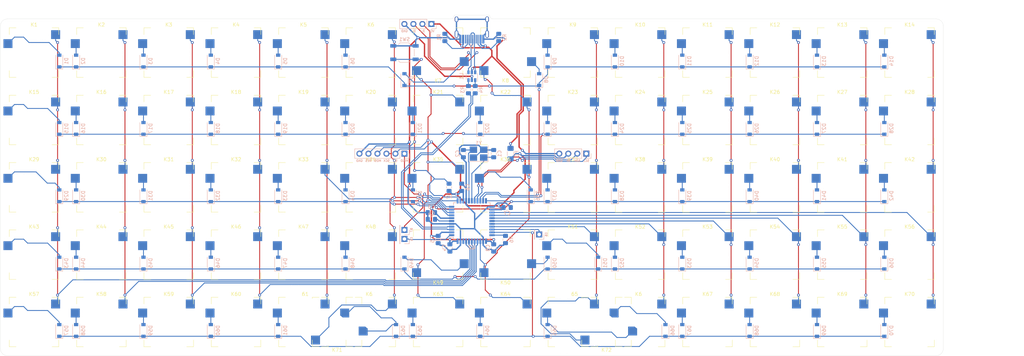
<source format=kicad_pcb>
(kicad_pcb (version 20221018) (generator pcbnew)
  (title_block (title "shichi") (date "2019-06-07") (rev "1.0"))
  (layers (0 "F.Cu" signal) (31 "B.Cu" signal) (34 "B.Paste" user) (35 "F.Paste" user) (36 "B.SilkS" user "B.Silkscreen") (37 "F.SilkS" user "F.Silkscreen") (38 "B.Mask" user) (39 "F.Mask" user) (44 "Edge.Cuts" user))
  (net 0 "")
  (net 1 "XTAL1")
  (net 2 "XTAL2")
  (net 3 "GND")
  (net 4 "VCC")
  (net 5 "Net-(C4-Pad1)")
  (net 6 "Net-(D1-Pad2)")
  (net 7 "/row0")
  (net 8 "Net-(D2-Pad2)")
  (net 9 "Net-(D3-Pad2)")
  (net 10 "Net-(D4-Pad2)")
  (net 11 "Net-(D5-Pad2)")
  (net 12 "Net-(D6-Pad2)")
  (net 13 "Net-(D7-Pad2)")
  (net 14 "Net-(D8-Pad2)")
  (net 15 "Net-(D9-Pad2)")
  (net 16 "Net-(D10-Pad2)")
  (net 17 "Net-(D11-Pad2)")
  (net 18 "Net-(D12-Pad2)")
  (net 19 "Net-(D13-Pad2)")
  (net 20 "Net-(D14-Pad2)")
  (net 21 "Net-(D15-Pad2)")
  (net 22 "/row1")
  (net 23 "Net-(D16-Pad2)")
  (net 24 "Net-(D17-Pad2)")
  (net 25 "Net-(D18-Pad2)")
  (net 26 "Net-(D19-Pad2)")
  (net 27 "Net-(D20-Pad2)")
  (net 28 "Net-(D21-Pad2)")
  (net 29 "Net-(D22-Pad2)")
  (net 30 "Net-(D23-Pad2)")
  (net 31 "Net-(D24-Pad2)")
  (net 32 "Net-(D25-Pad2)")
  (net 33 "Net-(D26-Pad2)")
  (net 34 "Net-(D27-Pad2)")
  (net 35 "Net-(D28-Pad2)")
  (net 36 "Net-(D29-Pad2)")
  (net 37 "Net-(D30-Pad2)")
  (net 38 "Net-(D31-Pad2)")
  (net 39 "Net-(D32-Pad2)")
  (net 40 "Net-(D33-Pad2)")
  (net 41 "Net-(D34-Pad2)")
  (net 42 "Net-(D35-Pad2)")
  (net 43 "Net-(D36-Pad2)")
  (net 44 "Net-(D37-Pad2)")
  (net 45 "Net-(D38-Pad2)")
  (net 46 "Net-(D39-Pad2)")
  (net 47 "Net-(D40-Pad2)")
  (net 48 "Net-(D41-Pad2)")
  (net 49 "Net-(D42-Pad2)")
  (net 50 "Net-(D43-Pad2)")
  (net 51 "Net-(D44-Pad2)")
  (net 52 "Net-(D45-Pad2)")
  (net 53 "Net-(D46-Pad2)")
  (net 54 "Net-(D47-Pad2)")
  (net 55 "Net-(D48-Pad2)")
  (net 56 "Net-(D49-Pad2)")
  (net 57 "Net-(D50-Pad2)")
  (net 58 "Net-(D51-Pad2)")
  (net 59 "Net-(D52-Pad2)")
  (net 60 "Net-(D53-Pad2)")
  (net 61 "Net-(D54-Pad2)")
  (net 62 "Net-(D55-Pad2)")
  (net 63 "Net-(D56-Pad2)")
  (net 64 "Net-(D57-Pad2)")
  (net 65 "/row4")
  (net 66 "Net-(D58-Pad2)")
  (net 67 "Net-(D59-Pad2)")
  (net 68 "Net-(D60-Pad2)")
  (net 69 "Net-(D61-Pad2)")
  (net 70 "Net-(D62-Pad2)")
  (net 71 "Net-(D63-Pad2)")
  (net 72 "Net-(D64-Pad2)")
  (net 73 "Net-(D65-Pad2)")
  (net 74 "Net-(D66-Pad2)")
  (net 75 "Net-(D67-Pad2)")
  (net 76 "Net-(D68-Pad2)")
  (net 77 "Net-(D69-Pad2)")
  (net 78 "Net-(D70-Pad2)")
  (net 79 "Net-(J1-PadB5)")
  (net 80 "Net-(J1-PadA8)")
  (net 81 "Net-(J1-PadB8)")
  (net 82 "Net-(J1-PadA5)")
  (net 83 "D-")
  (net 84 "D+")
  (net 85 "/MISO")
  (net 86 "/SCK")
  (net 87 "/MOSI")
  (net 88 "RESET")
  (net 89 "/col0")
  (net 90 "/col1")
  (net 91 "/col2")
  (net 92 "/col3")
  (net 93 "/col4")
  (net 94 "/col7")
  (net 95 "/col8")
  (net 96 "/col9")
  (net 97 "/col10")
  (net 98 "/col11")
  (net 99 "Net-(R6-Pad2)")
  (net 100 "Net-(U2-Pad42)")
  (net 101 "/col12")
  (net 102 "/col13")
  (net 103 "/row3")
  (net 104 "/row2")
  (net 105 "SDA")
  (net 106 "SCL")
  (net 107 "B7")
  (net 108 "C6")
  (net 109 "E6")
  (net 110 "+5V")
  (net 111 "D+Bus")
  (net 112 "D-Bus")
  (net 113 "Net-(R3-Pad1)")
  (net 114 "Net-(R4-Pad1)")
  (footprint "MX_Switch:SW_Cherry_MX_1.00u_PCB_Socket" (layer "F.Cu") (at 78.5 59.5)
    (fp_text reference "K2")
    (fp_text value "SW_Push")
  )
  (footprint "MX_Switch:SW_Cherry_MX_1.00u_PCB_Socket" (layer "F.Cu") (at 97.5 59.5)
    (fp_text reference "K3")
    (fp_text value "SW_Push")
  )
  (footprint "MX_Switch:SW_Cherry_MX_1.00u_PCB_Socket" (layer "F.Cu") (at 116.5 59.5)
    (fp_text reference "K4")
    (fp_text value "SW_Push")
  )
  (footprint "MX_Switch:SW_Cherry_MX_1.00u_PCB_Socket" (layer "F.Cu") (at 135.5 59.5)
    (fp_text reference "K5")
    (fp_text value "SW_Push")
  )
  (footprint "MX_Switch:SW_Cherry_MX_1.00u_PCB_Socket" (layer "F.Cu") (at 192.5 59.5 180)
    (fp_text reference "K8")
    (fp_text value "SW_Push")
  )
  (footprint "MX_Switch:SW_Cherry_MX_1.00u_PCB_Socket" (layer "F.Cu") (at 211.5 59.5)
    (fp_text reference "K9")
    (fp_text value "SW_Push")
  )
  (footprint "MX_Switch:SW_Cherry_MX_1.00u_PCB_Socket" (layer "F.Cu") (at 249.5 59.5)
    (fp_text reference "K11")
    (fp_text value "SW_Push")
  )
  (footprint "MX_Switch:SW_Cherry_MX_1.00u_PCB_Socket" (layer "F.Cu") (at 268.5 59.5)
    (fp_text reference "K12")
    (fp_text value "SW_Push")
  )
  (footprint "MX_Switch:SW_Cherry_MX_1.00u_PCB_Socket" (layer "F.Cu") (at 287.5 59.5)
    (fp_text reference "K13")
    (fp_text value "SW_Push")
  )
  (footprint "MX_Switch:SW_Cherry_MX_1.00u_PCB_Socket" (layer "F.Cu") (at 59.5 78.5)
    (fp_text reference "K15")
    (fp_text value "SW_Push")
  )
  (footprint "MX_Switch:SW_Cherry_MX_1.00u_PCB_Socket" (layer "F.Cu") (at 78.5 78.5)
    (fp_text reference "K16")
    (fp_text value "SW_Push")
  )
  (footprint "MX_Switch:SW_Cherry_MX_1.00u_PCB_Socket" (layer "F.Cu") (at 97.5 78.5)
    (fp_text reference "K17")
    (fp_text value "SW_Push")
  )
  (footprint "MX_Switch:SW_Cherry_MX_1.00u_PCB_Socket" (layer "F.Cu") (at 116.5 78.5)
    (fp_text reference "K18")
    (fp_text value "SW_Push")
  )
  (footprint "MX_Switch:SW_Cherry_MX_1.00u_PCB_Socket" (layer "F.Cu") (at 135.5 78.5)
    (fp_text reference "K19")
    (fp_text value "SW_Push")
  )
  (footprint "MX_Switch:SW_Cherry_MX_1.00u_PCB_Socket" (layer "F.Cu") (at 154.5 78.5)
    (fp_text reference "K20")
    (fp_text value "SW_Push")
  )
  (footprint "MX_Switch:SW_Cherry_MX_1.00u_PCB_Socket" (layer "F.Cu") (at 173.5 78.5)
    (fp_text reference "K21")
    (fp_text value "SW_Push")
  )
  (footprint "MX_Switch:SW_Cherry_MX_1.00u_PCB_Socket" (layer "F.Cu") (at 192.5 78.5)
    (fp_text reference "K22")
    (fp_text value "SW_Push")
  )
  (footprint "MX_Switch:SW_Cherry_MX_1.00u_PCB_Socket" (layer "F.Cu") (at 211.5 78.5)
    (fp_text reference "K23")
    (fp_text value "SW_Push")
  )
  (footprint "MX_Switch:SW_Cherry_MX_1.00u_PCB_Socket" (layer "F.Cu") (at 230.5 78.5)
    (fp_text reference "K24")
    (fp_text value "SW_Push")
  )
  (footprint "MX_Switch:SW_Cherry_MX_1.00u_PCB_Socket" (layer "F.Cu") (at 249.5 78.5)
    (fp_text reference "K25")
    (fp_text value "SW_Push")
  )
  (footprint "MX_Switch:SW_Cherry_MX_1.00u_PCB_Socket" (layer "F.Cu") (at 268.5 78.5)
    (fp_text reference "K26")
    (fp_text value "SW_Push")
  )
  (footprint "MX_Switch:SW_Cherry_MX_1.00u_PCB_Socket" (layer "F.Cu") (at 287.5 78.5)
    (fp_text reference "K27")
    (fp_text value "SW_Push")
  )
  (footprint "MX_Switch:SW_Cherry_MX_1.00u_PCB_Socket" (layer "F.Cu") (at 306.5 78.5)
    (fp_text reference "K28")
    (fp_text value "SW_Push")
  )
  (footprint "MX_Switch:SW_Cherry_MX_1.00u_PCB_Socket" (layer "F.Cu") (at 59.5 97.5)
    (fp_text reference "K29")
    (fp_text value "SW_Push")
  )
  (footprint "MX_Switch:SW_Cherry_MX_1.00u_PCB_Socket" (layer "F.Cu") (at 78.5 97.5)
    (fp_text reference "K30")
    (fp_text value "SW_Push")
  )
  (footprint "MX_Switch:SW_Cherry_MX_1.00u_PCB_Socket" (layer "F.Cu") (at 97.5 97.5)
    (fp_text reference "K31")
    (fp_text value "SW_Push")
  )
  (footprint "MX_Switch:SW_Cherry_MX_1.00u_PCB_Socket" (layer "F.Cu") (at 116.5 97.5)
    (fp_text reference "K32")
    (fp_text value "SW_Push")
  )
  (footprint "MX_Switch:SW_Cherry_MX_1.00u_PCB_Socket" (layer "F.Cu") (at 135.5 97.5)
    (fp_text reference "K33")
    (fp_text value "SW_Push")
  )
  (footprint "MX_Switch:SW_Cherry_MX_1.00u_PCB_Socket" (layer "F.Cu") (at 154.5 97.5)
    (fp_text reference "K34")
    (fp_text value "SW_Push")
  )
  (footprint "MX_Switch:SW_Cherry_MX_1.00u_PCB_Socket" (layer "F.Cu") (at 173.5 97.5)
    (fp_text reference "K35")
    (fp_text value "SW_Push")
  )
  (footprint "MX_Switch:SW_Cherry_MX_1.00u_PCB_Socket" (layer "F.Cu") (at 192.5 97.5)
    (fp_text reference "K36")
    (fp_text value "SW_Push")
  )
  (footprint "MX_Switch:SW_Cherry_MX_1.00u_PCB_Socket" (layer "F.Cu") (at 211.5 97.5)
    (fp_text reference "K37")
    (fp_text value "SW_Push")
  )
  (footprint "MX_Switch:SW_Cherry_MX_1.00u_PCB_Socket" (layer "F.Cu") (at 230.5 97.5)
    (fp_text reference "K38")
    (fp_text value "SW_Push")
  )
  (footprint "MX_Switch:SW_Cherry_MX_1.00u_PCB_Socket" (layer "F.Cu") (at 249.5 97.5)
    (fp_text reference "K39")
    (fp_text value "SW_Push")
  )
  (footprint "MX_Switch:SW_Cherry_MX_1.00u_PCB_Socket" (layer "F.Cu") (at 268.5 97.5)
    (fp_text reference "K40")
    (fp_text value "SW_Push")
  )
  (footprint "MX_Switch:SW_Cherry_MX_1.00u_PCB_Socket" (layer "F.Cu") (at 287.5 97.5)
    (fp_text reference "K41")
    (fp_text value "SW_Push")
  )
  (footprint "MX_Switch:SW_Cherry_MX_1.00u_PCB_Socket" (layer "F.Cu") (at 306.5 97.5)
    (fp_text reference "K42")
    (fp_text value "SW_Push")
  )
  (footprint "MX_Switch:SW_Cherry_MX_1.00u_PCB_Socket" (layer "F.Cu") (at 59.5 116.5)
    (fp_text reference "K43")
    (fp_text value "SW_Push")
  )
  (footprint "MX_Switch:SW_Cherry_MX_1.00u_PCB_Socket" (layer "F.Cu") (at 78.5 116.5)
    (fp_text reference "K44")
    (fp_text value "SW_Push")
  )
  (footprint "MX_Switch:SW_Cherry_MX_1.00u_PCB_Socket" (layer "F.Cu") (at 97.5 116.5)
    (fp_text reference "K45")
    (fp_text value "SW_Push")
  )
  (footprint "MX_Switch:SW_Cherry_MX_1.00u_PCB_Socket" (layer "F.Cu") (at 116.5 116.5)
    (fp_text reference "K46")
    (fp_text value "SW_Push")
  )
  (footprint "MX_Switch:SW_Cherry_MX_1.00u_PCB_Socket" (layer "F.Cu") (at 135.5 116.5)
    (fp_text reference "K47")
    (fp_text value "SW_Push")
  )
  (footprint "MX_Switch:SW_Cherry_MX_1.00u_PCB_Socket" (layer "F.Cu") (at 154.5 116.5)
    (fp_text reference "K48")
    (fp_text value "SW_Push")
  )
  (footprint "MX_Switch:SW_Cherry_MX_1.00u_PCB_Socket" (layer "F.Cu") (at 173.5 116.5 180)
    (fp_text reference "K49")
    (fp_text value "SW_Push")
  )
  (footprint "MX_Switch:SW_Cherry_MX_1.00u_PCB_Socket" (layer "F.Cu") (at 192.5 116.5 180)
    (fp_text reference "K50")
    (fp_text value "SW_Push")
  )
  (footprint "MX_Switch:SW_Cherry_MX_1.00u_PCB_Socket" (layer "F.Cu") (at 211.5 116.5)
    (fp_text reference "K51")
    (fp_text value "SW_Push")
  )
  (footprint "MX_Switch:SW_Cherry_MX_1.00u_PCB_Socket" (layer "F.Cu") (at 230.5 116.5)
    (fp_text reference "K52")
    (fp_text value "SW_Push")
  )
  (footprint "MX_Switch:SW_Cherry_MX_1.00u_PCB_Socket" (layer "F.Cu") (at 249.5 116.5)
    (fp_text reference "K53")
    (fp_text value "SW_Push")
  )
  (footprint "MX_Switch:SW_Cherry_MX_1.00u_PCB_Socket" (layer "F.Cu") (at 268.5 116.5)
    (fp_text reference "K54")
    (fp_text value "SW_Push")
  )
  (footprint "MX_Switch:SW_Cherry_MX_1.00u_PCB_Socket" (layer "F.Cu") (at 287.5 116.5)
    (fp_text reference "K55")
    (fp_text value "SW_Push")
  )
  (footprint "MX_Switch:SW_Cherry_MX_1.00u_PCB_Socket" (layer "F.Cu") (at 306.5 116.5)
    (fp_text reference "K56")
    (fp_text value "SW_Push")
  )
  (footprint "MX_Switch:SW_Cherry_MX_1.00u_PCB_Socket" (layer "F.Cu") (at 59.5 135.5)
    (fp_text reference "K57")
    (fp_text value "SW_Push")
  )
  (footprint "MX_Switch:SW_Cherry_MX_1.00u_PCB_Socket" (layer "F.Cu") (at 78.5 135.5)
    (fp_text reference "K58")
    (fp_text value "SW_Push")
  )
  (footprint "MX_Switch:SW_Cherry_MX_1.00u_PCB_Socket" (layer "F.Cu") (at 97.5 135.5)
    (fp_text reference "K59")
    (fp_text value "SW_Push")
  )
  (footprint "MX_Switch:SW_Cherry_MX_1.00u_PCB_Socket" (layer "F.Cu") (at 116.5 135.5)
    (fp_text reference "K60")
    (fp_text value "SW_Push")
  )
  (footprint "MX_Switch:SW_Cherry_MX_1.00u_PCB_Socket" (layer "F.Cu") (at 135.5 135.5)
    (fp_text reference "K61")
    (fp_text value "SW_Push")
  )
  (footprint "MX_Switch:SW_Cherry_MX_1.00u_PCB_Socket" (layer "F.Cu") (at 154.5 135.5)
    (fp_text reference "K62")
    (fp_text value "SW_Push")
  )
  (footprint "MX_Switch:SW_Cherry_MX_1.00u_PCB_Socket" (layer "F.Cu") (at 173.5 135.5)
    (fp_text reference "K63")
    (fp_text value "SW_Push")
  )
  (footprint "MX_Switch:SW_Cherry_MX_1.00u_PCB_Socket" (layer "F.Cu") (at 192.5 135.5)
    (fp_text reference "K64")
    (fp_text value "SW_Push")
  )
  (footprint "MX_Switch:SW_Cherry_MX_1.00u_PCB_Socket" (layer "F.Cu") (at 211.5 135.5)
    (fp_text reference "K65")
    (fp_text value "SW_Push")
  )
  (footprint "MX_Switch:SW_Cherry_MX_1.00u_PCB_Socket" (layer "F.Cu") (at 230.5 135.5)
    (fp_text reference "K66")
    (fp_text value "SW_Push")
  )
  (footprint "MX_Switch:SW_Cherry_MX_1.00u_PCB_Socket" (layer "F.Cu") (at 249.5 135.5)
    (fp_text reference "K67")
    (fp_text value "SW_Push")
  )
  (footprint "MX_Switch:SW_Cherry_MX_1.00u_PCB_Socket" (layer "F.Cu") (at 268.5 135.5)
    (fp_text reference "K68")
    (fp_text value "SW_Push")
  )
  (footprint "MX_Switch:SW_Cherry_MX_1.00u_PCB_Socket" (layer "F.Cu") (at 287.5 135.5)
    (fp_text reference "K69")
    (fp_text value "SW_Push")
  )
  (footprint "MX_Switch:SW_Cherry_MX_2.00u_PCB_Socket" (layer "F.Cu") (at 145 135.5 180)
    (fp_text reference "K71")
    (fp_text value "SW_Push")
  )
  (footprint "MX_Switch:SW_Cherry_MX_1.00u_PCB_Socket" (layer "F.Cu") (at 306.5 59.5)
    (fp_text reference "K14")
    (fp_text value "SW_Push")
  )
  (footprint "MX_Switch:SW_Cherry_MX_1.00u_PCB_Socket" (layer "F.Cu") (at 154.5 59.5)
    (fp_text reference "K6")
    (fp_text value "SW_Push")
  )
  (footprint "MX_Switch:SW_Cherry_MX_1.00u_PCB_Socket" (layer "F.Cu") (at 173.5 59.5 180)
    (fp_text reference "K7")
    (fp_text value "SW_Push")
  )
  (footprint "MX_Switch:SW_Cherry_MX_1.00u_PCB_Socket" (layer "F.Cu") (at 230.5 59.5)
    (fp_text reference "K10")
    (fp_text value "SW_Push")
  )
  (footprint "MX_Switch:SW_Cherry_MX_1.00u_PCB_Socket" (layer "F.Cu") (at 306.5 135.5)
    (fp_text reference "K70")
    (fp_text value "SW_Push")
  )
  (footprint "MX_Switch:SW_Cherry_MX_2.00u_PCB_Socket" (layer "F.Cu") (at 221 135.5 180)
    (fp_text reference "K72")
    (fp_text value "SW_Push")
  )
  (footprint "MX_Switch:SW_Cherry_MX_1.00u_PCB_Socket" (layer "F.Cu") (at 59.5 59.5)
    (fp_text reference "K1")
    (fp_text value "SW_Push")
  )
  (footprint "Capacitor_SMD:C_0805_2012Metric_Pad1.15x1.40mm_HandSolder" (layer "B.Cu") (at 189.175 88 -90)
    (fp_text reference "C1")
    (fp_text value "22pF")
  )
  (footprint "Capacitor_SMD:C_0805_2012Metric_Pad1.15x1.40mm_HandSolder" (layer "B.Cu") (at 180.625 88 -90)
    (fp_text reference "C2")
    (fp_text value "22pF")
  )
  (footprint "Capacitor_SMD:C_0805_2012Metric_Pad1.15x1.40mm_HandSolder" (layer "B.Cu") (at 171.6 104.625 180)
    (fp_text reference "C3")
    (fp_text value "10uF")
  )
  (footprint "Capacitor_SMD:C_0805_2012Metric_Pad1.15x1.40mm_HandSolder" (layer "B.Cu") (at 171.6 106.525 180)
    (fp_text reference "C4")
    (fp_text value "1uF")
  )
  (footprint "Capacitor_SMD:C_0805_2012Metric_Pad1.15x1.40mm_HandSolder" (layer "B.Cu") (at 173.5 112.225 -90)
    (fp_text reference "C5")
    (fp_text value "1uF")
  )
  (footprint "Capacitor_SMD:C_0805_2012Metric_Pad1.15x1.40mm_HandSolder" (layer "B.Cu") (at 180.15 97.5 90)
    (fp_text reference "C6")
    (fp_text value "0.1uF")
  )
  (footprint "Diode_SMD:D_SOD-123" (layer "B.Cu") (at 90.375 61.875 90)
    (fp_text reference "D3")
    (fp_text value "D")
  )
  (footprint "Diode_SMD:D_SOD-123" (layer "B.Cu") (at 109.375 61.875 90)
    (fp_text reference "D4")
    (fp_text value "D")
  )
  (footprint "Diode_SMD:D_SOD-123" (layer "B.Cu") (at 128.375 61.875 90)
    (fp_text reference "D5")
    (fp_text value "D")
  )
  (footprint "Diode_SMD:D_SOD-123" (layer "B.Cu") (at 147.375 61.875 90)
    (fp_text reference "D6")
    (fp_text value "D")
  )
  (footprint "Diode_SMD:D_SOD-123" (layer "B.Cu") (at 164 67.1 90)
    (fp_text reference "D7")
    (fp_text value "D")
  )
  (footprint "Diode_SMD:D_SOD-123" (layer "B.Cu") (at 202 67.1 90)
    (fp_text reference "D8")
    (fp_text value "D")
  )
  (footprint "Diode_SMD:D_SOD-123" (layer "B.Cu") (at 204.375 61.875 90)
    (fp_text reference "D9")
    (fp_text value "D")
  )
  (footprint "Diode_SMD:D_SOD-123" (layer "B.Cu") (at 223.375 61.875 90)
    (fp_text reference "D10")
    (fp_text value "D")
  )
  (footprint "Diode_SMD:D_SOD-123" (layer "B.Cu") (at 261.375 61.875 90)
    (fp_text reference "D12")
    (fp_text value "D")
  )
  (footprint "Diode_SMD:D_SOD-123" (layer "B.Cu") (at 280.375 61.875 90)
    (fp_text reference "D13")
    (fp_text value "D")
  )
  (footprint "Diode_SMD:D_SOD-123" (layer "B.Cu") (at 299.375 61.875 90)
    (fp_text reference "D14")
    (fp_text value "D")
  )
  (footprint "Diode_SMD:D_SOD-123" (layer "B.Cu") (at 66.625 80.875 90)
    (fp_text reference "D15")
    (fp_text value "D")
  )
  (footprint "Diode_SMD:D_SOD-123" (layer "B.Cu") (at 90.375 80.875 90)
    (fp_text reference "D17")
    (fp_text value "D")
  )
  (footprint "Diode_SMD:D_SOD-123" (layer "B.Cu") (at 109.375 80.875 90)
    (fp_text reference "D18")
    (fp_text value "D")
  )
  (footprint "Diode_SMD:D_SOD-123" (layer "B.Cu") (at 128.375 80.875 90)
    (fp_text reference "D19")
    (fp_text value "D")
  )
  (footprint "Diode_SMD:D_SOD-123" (layer "B.Cu") (at 147.375 80.875 90)
    (fp_text reference "D20")
    (fp_text value "D")
  )
  (footprint "Diode_SMD:D_SOD-123" (layer "B.Cu") (at 166.375 80.875 90)
    (fp_text reference "D21")
    (fp_text value "D")
  )
  (footprint "Diode_SMD:D_SOD-123" (layer "B.Cu") (at 185.375 80.875 90)
    (fp_text reference "D22")
    (fp_text value "D")
  )
  (footprint "Diode_SMD:D_SOD-123" (layer "B.Cu") (at 204.375 80.875 90)
    (fp_text reference "D23")
    (fp_text value "D")
  )
  (footprint "Diode_SMD:D_SOD-123" (layer "B.Cu") (at 223.375 80.875 90)
    (fp_text reference "D24")
    (fp_text value "D")
  )
  (footprint "Diode_SMD:D_SOD-123" (layer "B.Cu") (at 242.375 80.875 90)
    (fp_text reference "D25")
    (fp_text value "D")
  )
  (footprint "Diode_SMD:D_SOD-123" (layer "B.Cu") (at 261.375 80.875 90)
    (fp_text reference "D26")
    (fp_text value "D")
  )
  (footprint "Diode_SMD:D_SOD-123" (layer "B.Cu") (at 280.375 80.875 90)
    (fp_text reference "D27")
    (fp_text value "D")
  )
  (footprint "Diode_SMD:D_SOD-123" (layer "B.Cu") (at 299.375 80.875 90)
    (fp_text reference "D28")
    (fp_text value "D")
  )
  (footprint "Diode_SMD:D_SOD-123" (layer "B.Cu") (at 71.375 99.875 90)
    (fp_text reference "D30")
    (fp_text value "D")
  )
  (footprint "Diode_SMD:D_SOD-123" (layer "B.Cu") (at 90.375 99.875 90)
    (fp_text reference "D31")
    (fp_text value "D")
  )
  (footprint "Diode_SMD:D_SOD-123" (layer "B.Cu") (at 109.375 99.875 90)
    (fp_text reference "D32")
    (fp_text value "D")
  )
  (footprint "Diode_SMD:D_SOD-123" (layer "B.Cu") (at 128.375 99.875 90)
    (fp_text reference "D33")
    (fp_text value "D")
  )
  (footprint "Diode_SMD:D_SOD-123" (layer "B.Cu") (at 147.375 99.875 90)
    (fp_text reference "D34")
    (fp_text value "D")
  )
  (footprint "Diode_SMD:D_SOD-123" (layer "B.Cu") (at 166.375 99.875 90)
    (fp_text reference "D35")
    (fp_text value "D")
  )
  (footprint "Diode_SMD:D_SOD-123" (layer "B.Cu") (at 199.625 99.875 90)
    (fp_text reference "D36")
    (fp_text value "D")
  )
  (footprint "Diode_SMD:D_SOD-123" (layer "B.Cu") (at 223.375 99.875 90)
    (fp_text reference "D38")
    (fp_text value "D")
  )
  (footprint "Diode_SMD:D_SOD-123" (layer "B.Cu") (at 242.375 99.875 90)
    (fp_text reference "D39")
    (fp_text value "D")
  )
  (footprint "Diode_SMD:D_SOD-123" (layer "B.Cu") (at 261.375 99.875 90)
    (fp_text reference "D40")
    (fp_text value "D")
  )
  (footprint "Diode_SMD:D_SOD-123" (layer "B.Cu") (at 299.375 99.875 90)
    (fp_text reference "D42")
    (fp_text value "D")
  )
  (footprint "Diode_SMD:D_SOD-123" (layer "B.Cu") (at 71.375 118.875 90)
    (fp_text reference "D44")
    (fp_text value "D")
  )
  (footprint "Diode_SMD:D_SOD-123" (layer "B.Cu") (at 109.375 118.875 90)
    (fp_text reference "D46")
    (fp_text value "D")
  )
  (footprint "Diode_SMD:D_SOD-123" (layer "B.Cu") (at 128.375 118.875 90)
    (fp_text reference "D47")
    (fp_text value "D")
  )
  (footprint "Diode_SMD:D_SOD-123" (layer "B.Cu") (at 147.375 118.875 90)
    (fp_text reference "D48")
    (fp_text value "D")
  )
  (footprint "Diode_SMD:D_SOD-123" (layer "B.Cu") (at 164 118.875 90)
    (fp_text reference "D49")
    (fp_text value "D")
  )
  (footprint "Diode_SMD:D_SOD-123" (layer "B.Cu") (at 223.375 118.875 90)
    (fp_text reference "D52")
    (fp_text value "D")
  )
  (footprint "Diode_SMD:D_SOD-123" (layer "B.Cu") (at 242.375 118.875 90)
    (fp_text reference "D53")
    (fp_text value "D")
  )
  (footprint "Diode_SMD:D_SOD-123" (layer "B.Cu") (at 261.375 118.875 90)
    (fp_text reference "D54")
    (fp_text value "D")
  )
  (footprint "Diode_SMD:D_SOD-123" (layer "B.Cu") (at 280.375 118.875 90)
    (fp_text reference "D55")
    (fp_text value "D")
  )
  (footprint "Diode_SMD:D_SOD-123" (layer "B.Cu") (at 299.375 118.875 90)
    (fp_text reference "D56")
    (fp_text value "D")
  )
  (footprint "Diode_SMD:D_SOD-123" (layer "B.Cu") (at 66.625 137.875 90)
    (fp_text reference "D57")
    (fp_text value "D")
  )
  (footprint "Diode_SMD:D_SOD-123" (layer "B.Cu") (at 71.375 137.875 90)
    (fp_text reference "D58")
    (fp_text value "D")
  )
  (footprint "Diode_SMD:D_SOD-123" (layer "B.Cu") (at 90.375 137.875 90)
    (fp_text reference "D59")
    (fp_text value "D")
  )
  (footprint "Diode_SMD:D_SOD-123" (layer "B.Cu") (at 109.375 137.875 90)
    (fp_text reference "D60")
    (fp_text value "D")
  )
  (footprint "Diode_SMD:D_SOD-123" (layer "B.Cu") (at 128.375 137.875 90)
    (fp_text reference "D61")
    (fp_text value "D")
  )
  (footprint "Diode_SMD:D_SOD-123" (layer "B.Cu") (at 161.625 137.875 90)
    (fp_text reference "D62")
    (fp_text value "D")
  )
  (footprint "Diode_SMD:D_SOD-123" (layer "B.Cu") (at 166.375 137.875 90)
    (fp_text reference "D63")
    (fp_text value "D")
  )
  (footprint "Diode_SMD:D_SOD-123" (layer "B.Cu") (at 185.375 137.875 90)
    (fp_text reference "D64")
    (fp_text value "D")
  )
  (footprint "Diode_SMD:D_SOD-123" (layer "B.Cu") (at 204.375 137.875 90)
    (fp_text reference "D65")
    (fp_text value "D")
  )
  (footprint "Diode_SMD:D_SOD-123" (layer "B.Cu") (at 237.625 137.875 90)
    (fp_text reference "D66")
    (fp_text value "D")
  )
  (footprint "Diode_SMD:D_SOD-123" (layer "B.Cu") (at 261.375 137.875 90)
    (fp_text reference "D68")
    (fp_text value "D")
  )
  (footprint "Diode_SMD:D_SOD-123" (layer "B.Cu") (at 280.375 137.875 90)
    (fp_text reference "D69")
    (fp_text value "D")
  )
  (footprint "Diode_SMD:D_SOD-123" (layer "B.Cu") (at 299.375 137.875 90)
    (fp_text reference "D70")
    (fp_text value "D")
  )
  (footprint "USB_Type-C:USB_C_Receptacle_HRO_TYPE-C-31-M-12-HandSoldering" (layer "B.Cu") (at 183 47.5)
    (fp_text reference "J1")
    (fp_text value "USB_C_Receptacle_HRO_TYPE-C-31-M-12")
  )
  (footprint "Resistor_SMD:R_0805_2012Metric_Pad1.15x1.40mm_HandSolder" (layer "B.Cu") (at 175.4 55.225 -90)
    (fp_text reference "R1")
    (fp_text value "5.1k")
  )
  (footprint "Resistor_SMD:R_0805_2012Metric_Pad1.15x1.40mm_HandSolder" (layer "B.Cu") (at 190.6 55.225 90)
    (fp_text reference "R2")
    (fp_text value "5.1k")
  )
  (footprint "Resistor_SMD:R_0805_2012Metric_Pad1.15x1.40mm_HandSolder" (layer "B.Cu") (at 183.95 69.95 -90)
    (fp_text reference "R4")
    (fp_text value "22")
  )
  (footprint "Resistor_SMD:R_0805_2012Metric_Pad1.15x1.40mm_HandSolder" (layer "B.Cu") (at 176.5875 97.5 90)
    (fp_text reference "R5")
    (fp_text value "10k")
  )
  (footprint "Resistor_SMD:R_0805_2012Metric_Pad1.15x1.40mm_HandSolder" (layer "B.Cu") (at 192.5 112.225 90)
    (fp_text reference "R6")
    (fp_text value "10k")
  )
  (footprint "Button_Switch_SMD:SW_SPST_TL3342" (layer "B.Cu") (at 164 59.5 180)
    (fp_text reference "SW1")
    (fp_text value "SW_Push")
  )
  (footprint "Diode_SMD:D_SOD-123" (layer "B.Cu") (at 242.375 61.875 90)
    (fp_text reference "D11")
    (fp_text value "D")
  )
  (footprint "Diode_SMD:D_SOD-123" (layer "B.Cu") (at 71.375 61.875 90)
    (fp_text reference "D2")
    (fp_text value "D")
  )
  (footprint "Diode_SMD:D_SOD-123" (layer "B.Cu") (at 242.375 137.875 90)
    (fp_text reference "D67")
    (fp_text value "D")
  )
  (footprint "Package_QFP:TQFP-44_10x10mm_P0.8mm" (layer "B.Cu") (at 183 107)
    (fp_text reference "U2")
    (fp_text value "ATmega32U4-AU")
  )
  (footprint "Crystal:Crystal_SMD_SeikoEpson_FA238-4Pin_3.2x2.5mm_HandSoldering" (layer "B.Cu") (at 184.9 88 180)
    (fp_text reference "Y1")
    (fp_text value "Crystal_GND24")
  )
  (footprint "Capacitor_SMD:C_0805_2012Metric_Pad1.15x1.40mm_HandSolder" (layer "B.Cu") (at 189.175 114.6 -90)
    (fp_text reference "C8")
    (fp_text value "0.1uF")
  )
  (footprint "Capacitor_SMD:C_0805_2012Metric_Pad1.15x1.40mm_HandSolder" (layer "B.Cu") (at 192.975 103.2)
    (fp_text reference "C7")
    (fp_text value "0.1uF")
  )
  (footprint "Diode_SMD:D_SOD-123" (layer "B.Cu") (at 71.375 80.875 90)
    (fp_text reference "D16")
    (fp_text value "D")
  )
  (footprint "Diode_SMD:D_SOD-123" (layer "B.Cu") (at 280.375 99.875 90)
    (fp_text reference "D41")
    (fp_text value "D")
  )
  (footprint "Connector_PinHeader_2.54mm:PinHeader_1x04_P2.54mm_Vertical" (layer "B.Cu") (at 171.6 51.425 90)
    (fp_text reference "J2" hide)
    (fp_text value "Conn_01x04_Male")
  )
  (footprint "Diode_SMD:D_SOD-123" (layer "B.Cu") (at 66.625 118.875 90)
    (fp_text reference "D43")
    (fp_text value "D")
  )
  (footprint "Diode_SMD:D_SOD-123" (layer "B.Cu") (at 90.375 118.875 90)
    (fp_text reference "D45")
    (fp_text value "D")
  )
  (footprint "Diode_SMD:D_SOD-123" (layer "B.Cu") (at 204.375 118.875 90)
    (fp_text reference "D50")
    (fp_text value "D")
  )
  (footprint "Diode_SMD:D_SOD-123" (layer "B.Cu") (at 218.625 118.875 90)
    (fp_text reference "D51")
    (fp_text value "D")
  )
  (footprint "Diode_SMD:D_SOD-123" (layer "B.Cu") (at 66.625 99.875 90)
    (fp_text reference "D29")
    (fp_text value "D")
  )
  (footprint "Connector_PinHeader_2.54mm:PinHeader_1x06_P2.54mm_Vertical" (layer "B.Cu") (at 164 88 90)
    (fp_text reference "J3" hide)
    (fp_text value "Conn_01x06_Male")
  )
  (footprint "Diode_SMD:D_SOD-123" (layer "B.Cu") (at 204.375 99.875 90)
    (fp_text reference "D37")
    (fp_text value "D")
  )
  (footprint "Diode_SMD:D_SOD-123" (layer "B.Cu") (at 66.625 61.875 90)
    (fp_text reference "D1")
    (fp_text value "D")
  )
  (footprint "Capacitor_SMD:C_0805_2012Metric_Pad1.15x1.40mm_HandSolder" (layer "B.Cu") (at 176.825 114.6 -90)
    (fp_text reference "C9")
    (fp_text value "0.1uF")
  )
  (footprint "Package_TO_SOT_SMD:SOT-23-6" (layer "B.Cu") (at 183 66.15 90)
    (fp_text reference "U1")
    (fp_text value "USBLC6-2SC6")
  )
  (footprint "Resistor_SMD:R_0805_2012Metric_Pad1.15x1.40mm_HandSolder" (layer "B.Cu") (at 182.05 69.95 -90)
    (fp_text reference "R3")
    (fp_text value "22")
  )
  (footprint "Connector_PinHeader_2.54mm:PinHeader_1x01_P2.54mm_Vertical" (layer "B.Cu") (at 202 110.8 90)
    (fp_text reference "J6" hide)
    (fp_text value "Conn_01x01_Male")
  )
  (footprint "Connector_PinHeader_2.54mm:PinHeader_1x01_P2.54mm_Vertical" (layer "B.Cu") (at 164 109.53 90)
    (fp_text reference "J5" hide)
    (fp_text value "Conn_01x01_Male")
  )
  (footprint "Connector_PinHeader_2.54mm:PinHeader_1x01_P2.54mm_Vertical" (layer "B.Cu") (at 164 112.07 90)
    (fp_text reference "J7" hide)
    (fp_text value "Conn_01x01_Male")
  )
  (footprint "Connector_PinHeader_2.54mm:PinHeader_1x04_P2.54mm_Vertical" (layer "B.Cu") (at 215.3 88 90)
    (fp_text reference "J4" hide)
    (fp_text value "Conn_01x04_Male")
  )
  (footprint "Fuse:Fuse_1206_3216Metric_Pad1.42x1.75mm_HandSolder" (layer "B.Cu") (at 193.925 88 90)
    (fp_text reference "F1")
    (fp_text value "Polyfuse")
  )
  (gr_line (start 50 143) (end 50 52) (stroke (width 0.05)) (layer "Edge.Cuts"))
  (gr_line (start 314 145) (end 52 145) (stroke (width 0.05)) (layer "Edge.Cuts"))
  (gr_arc (start 316 143) (mid 315.414214 144.414214) (end 314 145) (stroke (width 0.05)) (layer "Edge.Cuts"))
  (gr_arc (start 50 52) (mid 50.585786 50.585786) (end 52 50) (stroke (width 0.05)) (layer "Edge.Cuts"))
  (gr_line (start 178 49) (end 188 49) (stroke (width 0.05)) (layer "Edge.Cuts"))
  (gr_arc (start 314 50) (mid 315.414214 50.585786) (end 316 52) (stroke (width 0.05)) (layer "Edge.Cuts"))
  (gr_line (start 314 50) (end 189 50) (stroke (width 0.05)) (layer "Edge.Cuts"))
  (gr_line (start 316 52) (end 316 143) (stroke (width 0.05)) (layer "Edge.Cuts"))
  (gr_arc (start 52 145) (mid 50.585786 144.414214) (end 50 143) (stroke (width 0.05)) (layer "Edge.Cuts"))
  (gr_arc (start 189 50) (mid 188.292893 49.707107) (end 188 49) (stroke (width 0.05)) (layer "Edge.Cuts"))
  (gr_line (start 52 50) (end 177 50) (stroke (width 0.05)) (layer "Edge.Cuts"))
  (gr_arc (start 178 49) (mid 177.707107 49.707107) (end 177 50) (stroke (width 0.05)) (layer "Edge.Cuts"))
  (gr_text "D-" (at 166.52 53.425) (layer "B.SilkS") (effects (font (size 0.6 0.6) (thickness 0.125)) (justify mirror)))
  (gr_text "VCC" (at 171.6 53.425) (layer "B.SilkS") (effects (font (size 0.6 0.6) (thickness 0.125)) (justify mirror)))
  (gr_text "MISO" (at 164 90) (layer "B.SilkS") (effects (font (size 0.6 0.6) (thickness 0.125)) (justify mirror)))
  (gr_text "GND" (at 151.3 90) (layer "B.SilkS") (effects (font (size 0.6 0.6) (thickness 0.125)) (justify mirror)))
  (gr_text "5V" (at 161.46 90) (layer "B.SilkS") (effects (font (size 0.6 0.6) (thickness 0.125)) (justify mirror)))
  (gr_text "GND" (at 207.68 90) (layer "B.SilkS") (effects (font (size 0.6 0.6) (thickness 0.125)) (justify mirror)))
  (gr_text "E6" (at 166 112.07 90) (layer "B.SilkS") (effects (font (size 0.6 0.6) (thickness 0.125)) (justify mirror)))
  (gr_text "E6" (at 204 110.8 90) (layer "B.SilkS") (effects (font (size 0.6 0.6) (thickness 0.125)) (justify mirror)))
  (gr_text "SDA" (at 212.76 90) (layer "B.SilkS") (effects (font (size 0.6 0.6) (thickness 0.125)) (justify mirror)))
  (gr_text "SCL" (at 215.3 90) (layer "B.SilkS") (effects (font (size 0.6 0.6) (thickness 0.125)) (justify mirror)))
  (gr_text "5V" (at 210.22 90) (layer "B.SilkS") (effects (font (size 0.6 0.6) (thickness 0.125)) (justify mirror)))
  (gr_text "B7" (at 166 109.53 90) (layer "B.SilkS") (effects (font (size 0.6 0.6) (thickness 0.125)) (justify mirror)))
  (gr_text "SCK" (at 158.92 90) (layer "B.SilkS") (effects (font (size 0.6 0.6) (thickness 0.125)) (justify mirror)))
  (gr_text "GND" (at 164 53.425) (layer "B.SilkS") (effects (font (size 0.6 0.6) (thickness 0.125)) (justify mirror)))
  (gr_text "D+" (at 169.06 53.425) (layer "B.SilkS") (effects (font (size 0.6 0.6) (thickness 0.125)) (justify mirror)))
  (gr_text "RES" (at 153.84 90) (layer "B.SilkS") (effects (font (size 0.6 0.6) (thickness 0.125)) (justify mirror)))
  (gr_text "MOSI" (at 156.38 90) (layer "B.SilkS") (effects (font (size 0.6 0.6) (thickness 0.125)) (justify mirror)))
  (segment (start 186.35 89.1) (end 186.35 90.25) (width 0.25) (layer "B.Cu") (net 1))
  (segment (start 183 93.6) (end 183 101.3) (width 0.25) (layer "B.Cu") (net 1))
  (segment (start 186.35 90.25) (end 183 93.6) (width 0.25) (layer "B.Cu") (net 1))
  (segment (start 186.425 89.025) (end 186.35 89.1) (width 0.25) (layer "B.Cu") (net 1))
  (segment (start 189.175 89.025) (end 186.425 89.025) (width 0.25) (layer "B.Cu") (net 1))
  (segment (start 189.575 89.1) (end 189.65 89.025) (width 0.25) (layer "B.Cu") (net 1))
  (segment (start 182.05 90.235002) (end 182.2 90.385002) (width 0.25) (layer "B.Cu") (net 2))
  (segment (start 183.375 86.975) (end 183.45 86.9) (width 0.25) (layer "B.Cu") (net 2))
  (segment (start 183.114998 86.9) (end 182.05 87.964998) (width 0.25) (layer "B.Cu") (net 2))
  (segment (start 183.45 86.9) (end 183.114998 86.9) (width 0.25) (layer "B.Cu") (net 2))
  (segment (start 180.625 86.975) (end 183.375 86.975) (width 0.25) (layer "B.Cu") (net 2))
  (segment (start 180.225 86.9) (end 180.15 86.975) (width 0.25) (layer "B.Cu") (net 2))
  (segment (start 182.2 90.385002) (end 182.2 101.3) (width 0.25) (layer "B.Cu") (net 2))
  (segment (start 182.05 87.964998) (end 182.05 90.235002) (width 0.25) (layer "B.Cu") (net 2))
  (segment (start 183 66.180002) (end 175.353504 66.180002) (width 0.375) (layer "F.Cu") (net 3))
  (segment (start 197.25 87.05) (end 196.342499 86.142499) (width 0.375) (layer "F.Cu") (net 3))
  (segment (start 197.502509 68.515821) (end 190.112499 61.125811) (width 0.375) (layer "F.Cu") (net 3))
  (segment (start 175.353504 66.180002) (end 169.657501 60.483999) (width 0.375) (layer "F.Cu") (net 3))
  (segment (start 196.342499 86.142499) (end 196.342499 77.032501) (width 0.375) (layer "F.Cu") (net 3))
  (segment (start 165.425 57.70498) (end 165.425 84.675) (width 0.375) (layer "F.Cu") (net 3))
  (segment (start 196.342499 77.032501) (end 197.502509 75.872491) (width 0.375) (layer "F.Cu") (net 3))
  (segment (start 190.112499 61.125811) (end 190.112499 57.612501) (width 0.375) (layer "F.Cu") (net 3))
  (segment (start 190.112499 57.612501) (end 192.025 55.7) (width 0.375) (layer "F.Cu") (net 3))
  (segment (start 165.425 84.675) (end 165.425 97.025) (width 0.375) (layer "F.Cu") (net 3))
  (segment (start 169.657501 60.483999) (end 169.657501 57.102501) (width 0.375) (layer "F.Cu") (net 3))
  (segment (start 167.84249 55.28749) (end 165.425 57.70498) (width 0.375) (layer "F.Cu") (net 3))
  (segment (start 197.502509 75.872491) (end 197.502509 68.515821) (width 0.375) (layer "F.Cu") (net 3))
  (segment (start 169.657501 57.102501) (end 167.84249 55.28749) (width 0.375) (layer "F.Cu") (net 3))
  (via (at 165.425 84.675) (size 0.8) (drill 0.4) (layers "F.Cu" "B.Cu") (net 3))
  (via (at 165.425 97.025) (size 0.8) (drill 0.4) (layers "F.Cu" "B.Cu") (net 3))
  (via (at 183 66.180002) (size 0.8) (drill 0.4) (layers "F.Cu" "B.Cu") (net 3))
  (via (at 167.84249 55.28749) (size 0.8) (drill 0.4) (layers "F.Cu" "B.Cu") (net 3))
  (via (at 192.025 55.7) (size 0.8) (drill 0.4) (layers "F.Cu" "B.Cu") (net 3))
  (via (at 197.25 87.05) (size 0.8) (drill 0.4) (layers "F.Cu" "B.Cu") (net 3))
  (segment (start 175.4 54.2) (end 176.895 55.695) (width 0.375) (layer "B.Cu") (net 3))
  (segment (start 188.7 103) (end 189.175 103) (width 0.375) (layer "B.Cu") (net 3))
  (segment (start 179.75 54.77) (end 179.75 55.695) (width 0.375) (layer "B.Cu") (net 3))
  (segment (start 178.36 54.095) (end 179.075 54.095) (width 0.375) (layer "B.Cu") (net 3))
  (segment (start 189.105 55.695) (end 189.51251 55.28749) (width 0.375) (layer "B.Cu") (net 3))
  (segment (start 198.2 88) (end 197.25 87.05) (width 0.375) (layer "B.Cu") (net 3))
  (segment (start 180.625 89.7) (end 181.4 90.475) (width 0.375) (layer "B.Cu") (net 3))
  (segment (start 181.4 97.725) (end 180.15 96.475) (width 0.375) (layer "B.Cu") (net 3))
  (segment (start 186.2 112.7) (end 186.2 111.575) (width 0.375) (layer "B.Cu") (net 3))
  (segment (start 183.45 89.1) (end 183.814998 89.1) (width 0.25) (layer "B.Cu") (net 3))
  (segment (start 179.075 54.095) (end 179.75 54.77) (width 0.375) (layer "B.Cu") (net 3))
  (segment (start 183 67.25) (end 183 66.180002) (width 0.375) (layer "B.Cu") (net 3))
  (segment (start 178.425 107.8) (end 177.3 107.8) (width 0.375) (layer "B.Cu") (net 3))
  (segment (start 179.8 113.825) (end 178.623372 115.001628) (width 0.375) (layer "B.Cu") (net 3))
  (segment (start 178.623372 115.001628) (end 177.448372 115.001628) (width 0.375) (layer "B.Cu") (net 3))
  (segment (start 180.625 89.025) (end 179.53749 87.93749) (width 0.375) (layer "B.Cu") (net 3))
  (segment (start 179.8 112.7) (end 179.8 109.175) (width 0.375) (layer "B.Cu") (net 3))
  (segment (start 181.4 101.3) (end 181.4 102.425) (width 0.375) (layer "B.Cu") (net 3))
  (segment (start 190.6 54.2) (end 189.105 55.695) (width 0.375) (layer "B.Cu") (net 3))
  (segment (start 176.48749 55.28749) (end 176.895 55.695) (width 0.375) (layer "B.Cu") (net 3))
  (segment (start 192.662499 101.937499) (end 193.925 103.2) (width 0.375) (layer "B.Cu") (net 3))
  (segment (start 167.15 55.97998) (end 167.84249 55.28749) (width 0.375) (layer "B.Cu") (net 3))
  (segment (start 190.926628 113.873372) (end 189.175 115.625) (width 0.375) (layer "B.Cu") (net 3))
  (segment (start 177.3 107.8) (end 171.85 107.8) (width 0.375) (layer "B.Cu") (net 3))
  (segment (start 190.237501 101.937499) (end 192.662499 101.937499) (width 0.375) (layer "B.Cu") (net 3))
  (segment (start 186.25 54.77) (end 186.25 55.695) (width 0.375) (layer "B.Cu") (net 3))
  (segment (start 171.85 107.8) (end 170.575 106.525) (width 0.375) (layer "B.Cu") (net 3))
  (segment (start 187.376628 115.001628) (end 188.551628 115.001628) (width 0.375) (layer "B.Cu") (net 3))
  (segment (start 183.8 104.825) (end 183.8 106.775) (width 0.375) (layer "B.Cu") (net 3))
  (segment (start 181.4 101.3) (end 181.4 97.725) (width 0.375) (layer "B.Cu") (net 3))
  (segment (start 189.175 86.975) (end 186.425 86.975) (width 0.375) (layer "B.Cu") (net 3))
  (segment (start 175.073372 113.873372) (end 176.825 115.625) (width 0.375) (layer "B.Cu") (net 3))
  (segment (start 173.5 113.25) (end 174.123372 113.873372) (width 0.375) (layer "B.Cu") (net 3))
  (segment (start 189.51251 55.28749) (end 191.61249 55.28749) (width 0.375) (layer "B.Cu") (net 3))
  (segment (start 151.3 88) (end 154.012531 85.287469) (width 0.375) (layer "B.Cu") (net 3))
  (segment (start 174.123372 113.873372) (end 175.073372 113.873372) (width 0.375) (layer "B.Cu") (net 3))
  (segment (start 179.8 109.175) (end 178.425 107.8) (width 0.375) (layer "B.Cu") (net 3))
  (segment (start 180.310923 85.612499) (end 184.912499 85.612499) (width 0.375) (layer "B.Cu") (net 3))
  (segment (start 183.8 106.775) (end 183.8 109.175) (width 0.375) (layer "B.Cu") (net 3))
  (segment (start 186.2 111.575) (end 183.8 109.175) (width 0.375) (layer "B.Cu") (net 3))
  (segment (start 184.912499 85.612499) (end 186.2 86.9) (width 0.375) (layer "B.Cu") (net 3))
  (segment (start 167.727498 104.625) (end 165.025001 101.922503) (width 0.375) (layer "B.Cu") (net 3))
  (segment (start 177.448372 115.001628) (end 176.825 115.625) (width 0.375) (layer "B.Cu") (net 3))
  (segment (start 181.4 90.475) (end 181.4 97.725) (width 0.375) (layer "B.Cu") (net 3))
  (segment (start 187.575 103) (end 183.8 106.775) (width 0.375) (layer "B.Cu") (net 3))
  (segment (start 191.61249 55.28749) (end 192.025 55.7) (width 0.375) (layer "B.Cu") (net 3))
  (segment (start 179.53749 87.93749) (end 179.53749 86.385932) (width 0.375) (layer "B.Cu") (net 3))
  (segment (start 186.925 54.095) (end 186.25 54.77) (width 0.375) (layer "B.Cu") (net 3))
  (segment (start 165.025001 101.922503) (end 165.025001 97.424999) (width 0.375) (layer "B.Cu") (net 3))
  (segment (start 187.64 54.095) (end 186.925 54.095) (width 0.375) (layer "B.Cu") (net 3))
  (segment (start 188.551628 115.001628) (end 189.175 115.625) (width 0.375) (layer "B.Cu") (net 3))
  (segment (start 181.4 102.425) (end 183.8 104.825) (width 0.375) (layer "B.Cu") (net 3))
  (segment (start 170.575 104.625) (end 167.727498 104.625) (width 0.375) (layer "B.Cu") (net 3))
  (segment (start 193.925 103.2) (end 194 103.2) (width 0.375) (layer "B.Cu") (net 3))
  (segment (start 183.814998 89.1) (end 186.014998 86.9) (width 0.25) (layer "B.Cu") (net 3))
  (segment (start 188.7 103) (end 187.575 103) (width 0.375) (layer "B.Cu") (net 3))
  (segment (start 178.68 50.1) (end 187.32 50.1) (width 0.375) (layer "B.Cu") (net 3))
  (segment (start 186.2 112.7) (end 186.2 113.825) (width 0.375) (layer "B.Cu") (net 3))
  (segment (start 186.2 86.9) (end 186.35 86.9) (width 0.375) (layer "B.Cu") (net 3))
  (segment (start 187.32 50.1) (end 187.32 54.28) (width 0.375) (layer "B.Cu") (net 3))
  (segment (start 186.2 113.825) (end 187.376628 115.001628) (width 0.375) (layer "B.Cu") (net 3))
  (segment (start 163.98 51.425) (end 167.84249 55.28749) (width 0.375) (layer "B.Cu") (net 3))
  (segment (start 189.175 103) (end 190.237501 101.937499) (width 0.375) (layer "B.Cu") (net 3))
  (segment (start 176.895 55.695) (end 179.75 55.695) (width 0.375) (layer "B.Cu") (net 3))
  (segment (start 191.876628 113.873372) (end 190.926628 113.873372) (width 0.375) (layer "B.Cu") (net 3))
  (segment (start 192.5 113.25) (end 191.876628 113.873372) (width 0.375) (layer "B.Cu") (net 3))
  (segment (start 167.84249 55.28749) (end 176.48749 55.28749) (width 0.375) (layer "B.Cu") (net 3))
  (segment (start 180.625 89.025) (end 180.625 89.7) (width 0.375) (layer "B.Cu") (net 3))
  (segment (start 186.425 86.975) (end 186.35 86.9) (width 0.375) (layer "B.Cu") (net 3))
  (segment (start 167.15 57.6) (end 160.85 57.6) (width 0.375) (layer "B.Cu") (net 3))
  (segment (start 154.012531 85.287469) (end 164.812531 85.287469) (width 0.375) (layer "B.Cu") (net 3))
  (segment (start 178.68 50.1) (end 178.68 54.28) (width 0.375) (layer "B.Cu") (net 3))
  (segment (start 164.812531 85.287469) (end 165.425 84.675) (width 0.375) (layer "B.Cu") (net 3))
  (segment (start 179.8 112.7) (end 179.8 113.825) (width 0.375) (layer "B.Cu") (net 3))
  (segment (start 179.53749 86.385932) (end 180.310923 85.612499) (width 0.375) (layer "B.Cu") (net 3))
  (segment (start 167.15 57.6) (end 167.15 55.97998) (width 0.375) (layer "B.Cu") (net 3))
  (segment (start 183.8 109.175) (end 179.8 109.175) (width 0.375) (layer "B.Cu") (net 3))
  (segment (start 207.68 88) (end 198.2 88) (width 0.375) (layer "B.Cu") (net 3))
  (segment (start 170.575 106.525) (end 170.575 104.625) (width 0.375) (layer "B.Cu") (net 3))
  (segment (start 189.105 55.695) (end 186.25 55.695) (width 0.375) (layer "B.Cu") (net 3))
  (segment (start 186.014998 86.9) (end 186.35 86.9) (width 0.25) (layer "B.Cu") (net 3))
  (segment (start 165.025001 97.424999) (end 165.425 97.025) (width 0.375) (layer "B.Cu") (net 3))
  (segment (start 183.599999 63.600001) (end 185.541499 63.600001) (width 0.375) (layer "F.Cu") (net 4))
  (segment (start 193.925 85.15) (end 195.767489 83.307511) (width 0.375) (layer "F.Cu") (net 4))
  (segment (start 180.15 57.599999) (end 180.68749 58.137489) (width 0.375) (layer "F.Cu") (net 4))
  (segment (start 186.26251 58.137489) (end 186.8 57.599999) (width 0.375) (layer "F.Cu") (net 4))
  (segment (start 187.7515 57.999998) (end 188.657501 58.905999) (width 0.375) (layer "F.Cu") (net 4))
  (segment (start 187.7515 57.999998) (end 187.199999 57.999998) (width 0.375) (layer "F.Cu") (net 4))
  (segment (start 196.927501 75.634313) (end 195.767489 76.794325) (width 0.375) (layer "F.Cu") (net 4))
  (segment (start 195.767489 76.794325) (end 195.767489 83.307511) (width 0.375) (layer "F.Cu") (net 4))
  (segment (start 180.68749 58.137489) (end 186.26251 58.137489) (width 0.375) (layer "F.Cu") (net 4))
  (segment (start 196.927501 68.753999) (end 196.927501 75.634313) (width 0.375) (layer "F.Cu") (net 4))
  (segment (start 185.541499 63.600001) (end 188.657501 60.483999) (width 0.375) (layer "F.Cu") (net 4))
  (segment (start 180.15 57.599999) (end 173.975001 51.425) (width 0.375) (layer "F.Cu") (net 4))
  (segment (start 173.975001 51.425) (end 171.6 51.425) (width 0.375) (layer "F.Cu") (net 4))
  (segment (start 183.2 64) (end 183.599999 63.600001) (width 0.375) (layer "F.Cu") (net 4))
  (segment (start 188.657501 60.483999) (end 196.927501 68.753999) (width 0.375) (layer "F.Cu") (net 4))
  (segment (start 187.199999 57.999998) (end 186.8 57.599999) (width 0.375) (layer "F.Cu") (net 4))
  (segment (start 188.657501 58.905999) (end 188.657501 60.483999) (width 0.375) (layer "F.Cu") (net 4))
  (via (at 180.15 57.599999) (size 0.8) (drill 0.4) (layers "F.Cu" "B.Cu") (net 4))
  (via (at 183.2 64) (size 0.8) (drill 0.4) (layers "F.Cu" "B.Cu") (net 4))
  (via (at 193.925 85.15) (size 0.8) (drill 0.4) (layers "F.Cu" "B.Cu") (net 4))
  (via (at 186.8 57.599999) (size 0.8) (drill 0.4) (layers "F.Cu" "B.Cu") (net 4))
  (segment (start 193.925 86.5125) (end 193.925 85.15) (width 0.375) (layer "B.Cu") (net 4))
  (segment (start 186.8 57.599999) (end 185.932497 57.599999) (width 0.375) (layer "B.Cu") (net 4))
  (segment (start 180.55 55.695) (end 180.55 57.199999) (width 0.375) (layer "B.Cu") (net 4))
  (segment (start 183 64.2) (end 183.2 64) (width 0.375) (layer "B.Cu") (net 4))
  (segment (start 185.45 57.117502) (end 185.45 55.695) (width 0.375) (layer "B.Cu") (net 4))
  (segment (start 183 65.05) (end 183 64.2) (width 0.375) (layer "B.Cu") (net 4))
  (segment (start 185.932497 57.599999) (end 185.45 57.117502) (width 0.375) (layer "B.Cu") (net 4))
  (segment (start 180.55 57.199999) (end 180.15 57.599999) (width 0.375) (layer "B.Cu") (net 4))
  (segment (start 172.625 106.525) (end 173.3 106.525) (width 0.25) (layer "B.Cu") (net 5))
  (segment (start 173.3 106.525) (end 173.775 107) (width 0.25) (layer "B.Cu") (net 5))
  (segment (start 173.775 107) (end 177.3 107) (width 0.25) (layer "B.Cu") (net 5))
  (segment (start 66.625 59.525) (end 63.75 56.65) (width 0.25) (layer "B.Cu") (net 6))
  (segment (start 52.165 56.96) (end 52.14 56.96) (width 0.25) (layer "B.Cu") (net 6))
  (segment (start 66.625 60.225) (end 66.625 59.525) (width 0.25) (layer "B.Cu") (net 6))
  (segment (start 53.990001 55.134999) (end 52.165 56.96) (width 0.25) (layer "B.Cu") (net 6))
  (segment (start 63.75 56.65) (end 58.081002 56.65) (width 0.25) (layer "B.Cu") (net 6))
  (segment (start 56.566001 55.134999) (end 53.990001 55.134999) (width 0.25) (layer "B.Cu") (net 6))
  (segment (start 58.081002 56.65) (end 56.566001 55.134999) (width 0.25) (layer "B.Cu") (net 6))
  (segment (start 178 68.925) (end 188 68.925) (width 0.25) (layer "F.Cu") (net 7))
  (segment (start 201.525 99.4) (end 202 98.925) (width 0.25) (layer "F.Cu") (net 7))
  (segment (start 202 98.925) (end 202 69.95) (width 0.25) (layer "F.Cu") (net 7))
  (via (at 188 68.925) (size 0.8) (drill 0.4) (layers "F.Cu" "B.Cu") (net 7))
  (via (at 202 69.95) (size 0.8) (drill 0.4) (layers "F.Cu" "B.Cu") (net 7))
  (via (at 178 68.925) (size 0.8) (drill 0.4) (layers "F.Cu" "B.Cu") (net 7))
  (via (at 201.525 99.4) (size 0.8) (drill 0.4) (layers "F.Cu" "B.Cu") (net 7))
  (segment (start 185.4 101.3) (end 185.4 100.3) (width 0.25) (layer "B.Cu") (net 7))
  (segment (start 178 68.925) (end 164.175 68.925) (width 0.25) (layer "B.Cu") (net 7))
  (segment (start 202 68.05) (end 204.375 65.675) (width 0.25) (layer "B.Cu") (net 7))
  (segment (start 204.375 63.525) (end 299.375 63.525) (width 0.25) (layer "B.Cu") (net 7))
  (segment (start 201.825 68.925) (end 202 68.75) (width 0.25) (layer "B.Cu") (net 7))
  (segment (start 185.4 100.3) (end 186.775 98.925) (width 0.25) (layer "B.Cu") (net 7))
  (segment (start 186.775 98.925) (end 190.483998 98.925) (width 0.25) (layer "B.Cu") (net 7))
  (segment (start 202 69.95) (end 202 68.75) (width 0.25) (layer "B.Cu") (net 7))
  (segment (start 190.483998 98.925) (end 191.383999 99.825001) (width 0.25) (layer "B.Cu") (net 7))
  (segment (start 164 68.05) (end 164 68.75) (width 0.25) (layer "B.Cu") (net 7))
  (segment (start 159.475 63.525) (end 164 68.05) (width 0.25) (layer "B.Cu") (net 7))
  (segment (start 188 68.925) (end 201.825 68.925) (width 0.25) (layer "B.Cu") (net 7))
  (segment (start 204.375 65.675) (end 204.375 63.525) (width 0.25) (layer "B.Cu") (net 7))
  (segment (start 202 68.75) (end 202 68.05) (width 0.25) (layer "B.Cu") (net 7))
  (segment (start 164.175 68.925) (end 164 68.75) (width 0.25) (layer "B.Cu") (net 7))
  (segment (start 147.375 63.525) (end 159.475 63.525) (width 0.25) (layer "B.Cu") (net 7))
  (segment (start 201.099999 99.825001) (end 201.525 99.4) (width 0.25) (layer "B.Cu") (net 7))
  (segment (start 66.625 63.525) (end 147.375 63.525) (width 0.25) (layer "B.Cu") (net 7))
  (segment (start 191.383999 99.825001) (end 201.099999 99.825001) (width 0.25) (layer "B.Cu") (net 7))
  (segment (start 71.375 60.225) (end 71.375 57.195) (width 0.25) (layer "B.Cu") (net 8))
  (segment (start 71.375 57.195) (end 71.14 56.96) (width 0.25) (layer "B.Cu") (net 8))
  (segment (start 90.375 57.195) (end 90.14 56.96) (width 0.25) (layer "B.Cu") (net 9))
  (segment (start 90.375 60.225) (end 90.375 57.195) (width 0.25) (layer "B.Cu") (net 9))
  (segment (start 109.375 60.225) (end 109.375 57.195) (width 0.25) (layer "B.Cu") (net 10))
  (segment (start 109.375 57.195) (end 109.14 56.96) (width 0.25) (layer "B.Cu") (net 10))
  (segment (start 128.375 57.195) (end 128.14 56.96) (width 0.25) (layer "B.Cu") (net 11))
  (segment (start 128.375 60.225) (end 128.375 57.195) (width 0.25) (layer "B.Cu") (net 11))
  (segment (start 147.375 57.195) (end 147.14 56.96) (width 0.25) (layer "B.Cu") (net 12))
  (segment (start 147.375 60.225) (end 147.375 57.195) (width 0.25) (layer "B.Cu") (net 12))
  (segment (start 164.15 65.45) (end 166.525001 67.825001) (width 0.25) (layer "B.Cu") (net 13))
  (segment (start 180.835 62.04) (end 180.86 62.04) (width 0.25) (layer "B.Cu") (net 13))
  (segment (start 164 65.45) (end 164.15 65.45) (width 0.25) (layer "B.Cu") (net 13))
  (segment (start 166.525001 67.825001) (end 175.049999 67.825001) (width 0.25) (layer "B.Cu") (net 13))
  (segment (start 175.049999 67.825001) (end 180.835 62.04) (width 0.25) (layer "B.Cu") (net 13))
  (segment (start 202 64.155) (end 199.885 62.04) (width 0.25) (layer "B.Cu") (net 14))
  (segment (start 199.885 62.04) (end 199.86 62.04) (width 0.25) (layer "B.Cu") (net 14))
  (segment (start 202 65.45) (end 202 64.155) (width 0.25) (layer "B.Cu") (net 14))
  (segment (start 204.375 60.225) (end 204.375 57.195) (width 0.25) (layer "B.Cu") (net 15))
  (segment (start 204.375 57.195) (end 204.14 56.96) (width 0.25) (layer "B.Cu") (net 15))
  (segment (start 223.375 57.195) (end 223.14 56.96) (width 0.25) (layer "B.Cu") (net 16))
  (segment (start 223.375 60.225) (end 223.375 57.195) (width 0.25) (layer "B.Cu") (net 16))
  (segment (start 242.375 60.225) (end 242.375 57.195) (width 0.25) (layer "B.Cu") (net 17))
  (segment (start 242.375 57.195) (end 242.14 56.96) (width 0.25) (layer "B.Cu") (net 17))
  (segment (start 261.375 60.225) (end 261.375 57.195) (width 0.25) (layer "B.Cu") (net 18))
  (segment (start 261.375 57.195) (end 261.14 56.96) (width 0.25) (layer "B.Cu") (net 18))
  (segment (start 280.375 57.195) (end 280.14 56.96) (width 0.25) (layer "B.Cu") (net 19))
  (segment (start 280.375 60.225) (end 280.375 57.195) (width 0.25) (layer "B.Cu") (net 19))
  (segment (start 299.375 60.225) (end 299.375 57.195) (width 0.25) (layer "B.Cu") (net 20))
  (segment (start 299.375 57.195) (end 299.14 56.96) (width 0.25) (layer "B.Cu") (net 20))
  (segment (start 56.566001 74.134999) (end 53.990001 74.134999) (width 0.25) (layer "B.Cu") (net 21))
  (segment (start 52.165 75.96) (end 52.14 75.96) (width 0.25) (layer "B.Cu") (net 21))
  (segment (start 66.625 79.225) (end 66.625 78.525) (width 0.25) (layer "B.Cu") (net 21))
  (segment (start 63.345001 75.245001) (end 57.676003 75.245001) (width 0.25) (layer "B.Cu") (net 21))
  (segment (start 57.676003 75.245001) (end 56.566001 74.134999) (width 0.25) (layer "B.Cu") (net 21))
  (segment (start 53.990001 74.134999) (end 52.165 75.96) (width 0.25) (layer "B.Cu") (net 21))
  (segment (start 66.625 78.525) (end 63.345001 75.245001) (width 0.25) (layer "B.Cu") (net 21))
  (segment (start 174.925 82.3) (end 180.625 82.3) (width 0.25) (layer "F.Cu") (net 22))
  (segment (start 202.475 83.25) (end 203.2 82.525) (width 0.25) (layer "F.Cu") (net 22))
  (segment (start 202.475 99.875) (end 202.475 83.25) (width 0.25) (layer "F.Cu") (net 22))
  (via (at 203.2 82.525) (size 0.8) (drill 0.4) (layers "F.Cu" "B.Cu") (net 22))
  (via (at 180.625 82.3) (size 0.8) (drill 0.4) (layers "F.Cu" "B.Cu") (net 22))
  (via (at 174.925 82.3) (size 0.8) (drill 0.4) (layers "F.Cu" "B.Cu") (net 22))
  (via (at 202.475 99.875) (size 0.8) (drill 0.4) (layers "F.Cu" "B.Cu") (net 22))
  (segment (start 191.197599 100.275011) (end 202.074989 100.275011) (width 0.25) (layer "B.Cu") (net 22))
  (segment (start 190.322588 99.4) (end 191.197599 100.275011) (width 0.25) (layer "B.Cu") (net 22))
  (segment (start 186.2 100.3) (end 187.1 99.4) (width 0.25) (layer "B.Cu") (net 22))
  (segment (start 187.1 99.4) (end 190.322588 99.4) (width 0.25) (layer "B.Cu") (net 22))
  (segment (start 185.375 82.525) (end 180.85 82.525) (width 0.25) (layer "B.Cu") (net 22))
  (segment (start 203.2 82.525) (end 299.375 82.525) (width 0.25) (layer "B.Cu") (net 22))
  (segment (start 180.85 82.525) (end 180.625 82.3) (width 0.25) (layer "B.Cu") (net 22))
  (segment (start 174.7 82.525) (end 174.925 82.3) (width 0.25) (layer "B.Cu") (net 22))
  (segment (start 166.375 82.525) (end 174.7 82.525) (width 0.25) (layer "B.Cu") (net 22))
  (segment (start 66.625 82.525) (end 166.375 82.525) (width 0.25) (layer "B.Cu") (net 22))
  (segment (start 186.2 101.3) (end 186.2 100.3) (width 0.25) (layer "B.Cu") (net 22))
  (segment (start 202.074989 100.275011) (end 202.475 99.875) (width 0.25) (layer "B.Cu") (net 22))
  (segment (start 185.375 82.525) (end 203.2 82.525) (width 0.25) (layer "B.Cu") (net 22))
  (segment (start 71.375 76.195) (end 71.14 75.96) (width 0.25) (layer "B.Cu") (net 23))
  (segment (start 71.375 79.225) (end 71.375 76.195) (width 0.25) (layer "B.Cu") (net 23))
  (segment (start 90.375 79.225) (end 90.375 76.195) (width 0.25) (layer "B.Cu") (net 24))
  (segment (start 90.375 76.195) (end 90.14 75.96) (width 0.25) (layer "B.Cu") (net 24))
  (segment (start 109.375 76.195) (end 109.14 75.96) (width 0.25) (layer "B.Cu") (net 25))
  (segment (start 109.375 79.225) (end 109.375 76.195) (width 0.25) (layer "B.Cu") (net 25))
  (segment (start 128.375 76.195) (end 128.14 75.96) (width 0.25) (layer "B.Cu") (net 26))
  (segment (start 128.375 79.225) (end 128.375 76.195) (width 0.25) (layer "B.Cu") (net 26))
  (segment (start 147.375 79.225) (end 147.375 76.195) (width 0.25) (layer "B.Cu") (net 27))
  (segment (start 147.375 76.195) (end 147.14 75.96) (width 0.25) (layer "B.Cu") (net 27))
  (segment (start 166.375 79.225) (end 166.375 76.195) (width 0.25) (layer "B.Cu") (net 28))
  (segment (start 166.375 76.195) (end 166.14 75.96) (width 0.25) (layer "B.Cu") (net 28))
  (segment (start 185.375 79.225) (end 185.375 76.195) (width 0.25) (layer "B.Cu") (net 29))
  (segment (start 185.375 76.195) (end 185.14 75.96) (width 0.25) (layer "B.Cu") (net 29))
  (segment (start 204.375 76.195) (end 204.14 75.96) (width 0.25) (layer "B.Cu") (net 30))
  (segment (start 204.375 79.225) (end 204.375 76.195) (width 0.25) (layer "B.Cu") (net 30))
  (segment (start 223.375 79.225) (end 223.375 76.195) (width 0.25) (layer "B.Cu") (net 31))
  (segment (start 223.375 76.195) (end 223.14 75.96) (width 0.25) (layer "B.Cu") (net 31))
  (segment (start 242.375 76.195) (end 242.14 75.96) (width 0.25) (layer "B.Cu") (net 32))
  (segment (start 242.375 79.225) (end 242.375 76.195) (width 0.25) (layer "B.Cu") (net 32))
  (segment (start 261.375 79.225) (end 261.375 76.195) (width 0.25) (layer "B.Cu") (net 33))
  (segment (start 261.375 76.195) (end 261.14 75.96) (width 0.25) (layer "B.Cu") (net 33))
  (segment (start 280.375 79.225) (end 280.375 76.195) (width 0.25) (layer "B.Cu") (net 34))
  (segment (start 280.375 76.195) (end 280.14 75.96) (width 0.25) (layer "B.Cu") (net 34))
  (segment (start 299.375 79.225) (end 299.375 76.195) (width 0.25) (layer "B.Cu") (net 35))
  (segment (start 299.375 76.195) (end 299.14 75.96) (width 0.25) (layer "B.Cu") (net 35))
  (segment (start 60.053997 93.134999) (end 63.243997 96.324999) (width 0.25) (layer "B.Cu") (net 36))
  (segment (start 66.625 97.525) (end 66.625 98.225) (width 0.25) (layer "B.Cu") (net 36))
  (segment (start 52.375 95.195) (end 52.14 94.96) (width 0.25) (layer "B.Cu") (net 36))
  (segment (start 53.990001 93.134999) (end 60.053997 93.134999) (width 0.25) (layer "B.Cu") (net 36))
  (segment (start 52.14 94.96) (end 52.165 94.96) (width 0.25) (layer "B.Cu") (net 36))
  (segment (start 63.243997 96.324999) (end 65.424999 96.324999) (width 0.25) (layer "B.Cu") (net 36))
  (segment (start 65.424999 96.324999) (end 66.625 97.525) (width 0.25) (layer "B.Cu") (net 36))
  (segment (start 52.165 94.96) (end 53.990001 93.134999) (width 0.25) (layer "B.Cu") (net 36))
  (segment (start 71.375 95.195) (end 71.14 94.96) (width 0.25) (layer "B.Cu") (net 37))
  (segment (start 71.375 98.225) (end 71.375 95.195) (width 0.25) (layer "B.Cu") (net 37))
  (segment (start 90.375 95.195) (end 90.14 94.96) (width 0.25) (layer "B.Cu") (net 38))
  (segment (start 90.375 98.225) (end 90.375 95.195) (width 0.25) (layer "B.Cu") (net 38))
  (segment (start 109.375 95.195) (end 109.14 94.96) (width 0.25) (layer "B.Cu") (net 39))
  (segment (start 109.375 98.225) (end 109.375 95.195) (width 0.25) (layer "B.Cu") (net 39))
  (segment (start 128.375 98.225) (end 128.375 95.195) (width 0.25) (layer "B.Cu") (net 40))
  (segment (start 128.375 95.195) (end 128.14 94.96) (width 0.25) (layer "B.Cu") (net 40))
  (segment (start 147.375 98.225) (end 147.375 95.195) (width 0.25) (layer "B.Cu") (net 41))
  (segment (start 147.375 95.195) (end 147.14 94.96) (width 0.25) (layer "B.Cu") (net 41))
  (segment (start 166.375 95.195) (end 166.14 94.96) (width 0.25) (layer "B.Cu") (net 42))
  (segment (start 166.375 98.225) (end 166.375 95.195) (width 0.25) (layer "B.Cu") (net 42))
  (segment (start 199.625 97.525) (end 196.75 94.65) (width 0.25) (layer "B.Cu") (net 43))
  (segment (start 186.990001 93.134999) (end 185.165 94.96) (width 0.25) (layer "B.Cu") (net 43))
  (segment (start 189.566001 93.134999) (end 186.990001 93.134999) (width 0.25) (layer "B.Cu") (net 43))
  (segment (start 191.081002 94.65) (end 189.566001 93.134999) (width 0.25) (layer "B.Cu") (net 43))
  (segment (start 199.625 98.225) (end 199.625 97.525) (width 0.25) (layer "B.Cu") (net 43))
  (segment (start 185.165 94.96) (end 185.14 94.96) (width 0.25) (layer "B.Cu") (net 43))
  (segment (start 196.75 94.65) (end 191.081002 94.65) (width 0.25) (layer "B.Cu") (net 43))
  (segment (start 204.375 98.225) (end 204.375 95.195) (width 0.25) (layer "B.Cu") (net 44))
  (segment (start 204.375 95.195) (end 204.14 94.96) (width 0.25) (layer "B.Cu") (net 44))
  (segment (start 223.375 95.195) (end 223.14 94.96) (width 0.25) (layer "B.Cu") (net 45))
  (segment (start 223.375 98.225) (end 223.375 95.195) (width 0.25) (layer "B.Cu") (net 45))
  (segment (start 242.375 98.225) (end 242.375 95.195) (width 0.25) (layer "B.Cu") (net 46))
  (segment (start 242.375 95.195) (end 242.14 94.96) (width 0.25) (layer "B.Cu") (net 46))
  (segment (start 261.375 95.195) (end 261.14 94.96) (width 0.25) (layer "B.Cu") (net 47))
  (segment (start 261.375 98.225) (end 261.375 95.195) (width 0.25) (layer "B.Cu") (net 47))
  (segment (start 280.375 98.225) (end 280.375 95.195) (width 0.25) (layer "B.Cu") (net 48))
  (segment (start 280.375 95.195) (end 280.14 94.96) (width 0.25) (layer "B.Cu") (net 48))
  (segment (start 299.375 98.225) (end 299.375 95.195) (width 0.25) (layer "B.Cu") (net 49))
  (segment (start 299.375 95.195) (end 299.14 94.96) (width 0.25) (layer "B.Cu") (net 49))
  (segment (start 63.345001 113.245001) (end 57.676003 113.245001) (width 0.25) (layer "B.Cu") (net 50))
  (segment (start 56.566001 112.134999) (end 53.990001 112.134999) (width 0.25) (layer "B.Cu") (net 50))
  (segment (start 52.375 114.195) (end 52.14 113.96) (width 0.25) (layer "B.Cu") (net 50))
  (segment (start 53.990001 112.134999) (end 52.165 113.96) (width 0.25) (layer "B.Cu") (net 50))
  (segment (start 57.676003 113.245001) (end 56.566001 112.134999) (width 0.25) (layer "B.Cu") (net 50))
  (segment (start 52.165 113.96) (end 52.14 113.96) (width 0.25) (layer "B.Cu") (net 50))
  (segment (start 66.625 117.225) (end 66.625 116.525) (width 0.25) (layer "B.Cu") (net 50))
  (segment (start 66.625 116.525) (end 63.345001 113.245001) (width 0.25) (layer "B.Cu") (net 50))
  (segment (start 71.375 117.225) (end 71.375 114.195) (width 0.25) (layer "B.Cu") (net 51))
  (segment (start 71.375 114.195) (end 71.14 113.96) (width 0.25) (layer "B.Cu") (net 51))
  (segment (start 90.375 114.195) (end 90.14 113.96) (width 0.25) (layer "B.Cu") (net 52))
  (segment (start 90.375 117.225) (end 90.375 114.195) (width 0.25) (layer "B.Cu") (net 52))
  (segment (start 109.375 117.225) (end 109.375 114.195) (width 0.25) (layer "B.Cu") (net 53))
  (segment (start 109.375 114.195) (end 109.14 113.96) (width 0.25) (layer "B.Cu") (net 53))
  (segment (start 128.375 117.225) (end 128.375 114.195) (width 0.25) (layer "B.Cu") (net 54))
  (segment (start 128.375 114.195) (end 128.14 113.96) (width 0.25) (layer "B.Cu") (net 54))
  (segment (start 147.375 117.225) (end 147.375 114.195) (width 0.25) (layer "B.Cu") (net 55))
  (segment (start 147.375 114.195) (end 147.14 113.96) (width 0.25) (layer "B.Cu") (net 55))
  (segment (start 164.15 117.225) (end 164.85 117.925) (width 0.25) (layer "B.Cu") (net 56))
  (segment (start 180.835 119.04) (end 180.86 119.04) (width 0.25) (layer "B.Cu") (net 56))
  (segment (start 164 117.225) (end 164.15 117.225) (width 0.25) (layer "B.Cu") (net 56))
  (segment (start 179.009999 120.865001) (end 180.835 119.04) (width 0.25) (layer "B.Cu") (net 56))
  (segment (start 164.85 117.925) (end 171.483998 117.925) (width 0.25) (layer "B.Cu") (net 56))
  (segment (start 171.483998 117.925) (end 174.423999 120.865001) (width 0.25) (layer "B.Cu") (net 56))
  (segment (start 174.423999 120.865001) (end 179.009999 120.865001) (width 0.25) (layer "B.Cu") (net 56))
  (segment (start 204.375 117.925) (end 204.375 117.225) (width 0.25) (layer "B.Cu") (net 57))
  (segment (start 203.26 119.04) (end 204.375 117.925) (width 0.25) (layer "B.Cu") (net 57))
  (segment (start 199.86 119.04) (end 203.26 119.04) (width 0.25) (layer "B.Cu") (net 57))
  (segment (start 209.676003 113.245001) (end 208.566001 112.134999) (width 0.25) (layer "B.Cu") (net 58))
  (segment (start 218.625 116.525) (end 215.345001 113.245001) (width 0.25) (layer "B.Cu") (net 58))
  (segment (start 205.990001 112.134999) (end 204.165 113.96) (width 0.25) (layer "B.Cu") (net 58))
  (segment (start 208.566001 112.134999) (end 205.990001 112.134999) (width 0.25) (layer "B.Cu") (net 58))
  (segment (start 218.625 117.225) (end 218.625 116.525) (width 0.25) (layer "B.Cu") (net 58))
  (segment (start 204.165 113.96) (end 204.14 113.96) (width 0.25) (layer "B.Cu") (net 58))
  (segment (start 215.345001 113.245001) (end 209.676003 113.245001) (width 0.25) (layer "B.Cu") (net 58))
  (segment (start 223.375 114.195) (end 223.14 113.96) (width 0.25) (layer "B.Cu") (net 59))
  (segment (start 223.375 117.225) (end 223.375 114.195) (width 0.25) (layer "B.Cu") (net 59))
  (segment (start 242.375 114.195) (end 242.14 113.96) (width 0.25) (layer "B.Cu") (net 60))
  (segment (start 242.375 117.225) (end 242.375 114.195) (width 0.25) (layer "B.Cu") (net 60))
  (segment (start 261.375 117.225) (end 261.375 114.195) (width 0.25) (layer "B.Cu") (net 61))
  (segment (start 261.375 114.195) (end 261.14 113.96) (width 0.25) (layer "B.Cu") (net 61))
  (segment (start 280.375 114.195) (end 280.14 113.96) (width 0.25) (layer "B.Cu") (net 62))
  (segment (start 280.375 117.225) (end 280.375 114.195) (width 0.25) (layer "B.Cu") (net 62))
  (segment (start 299.375 114.195) (end 299.14 113.96) (width 0.25) (layer "B.Cu") (net 63))
  (segment (start 299.375 117.225) (end 299.375 114.195) (width 0.25) (layer "B.Cu") (net 63))
  (segment (start 56.566001 131.134999) (end 53.990001 131.134999) (width 0.25) (layer "B.Cu") (net 64))
  (segment (start 53.990001 131.134999) (end 52.165 132.96) (width 0.25) (layer "B.Cu") (net 64))
  (segment (start 66.625 135.525) (end 63.345001 132.245001) (width 0.25) (layer "B.Cu") (net 64))
  (segment (start 63.345001 132.245001) (end 57.676003 132.245001) (width 0.25) (layer "B.Cu") (net 64))
  (segment (start 52.375 133.195) (end 52.14 132.96) (width 0.25) (layer "B.Cu") (net 64))
  (segment (start 52.165 132.96) (end 52.14 132.96) (width 0.25) (layer "B.Cu") (net 64))
  (segment (start 66.625 136.225) (end 66.625 135.525) (width 0.25) (layer "B.Cu") (net 64))
  (segment (start 57.676003 132.245001) (end 56.566001 131.134999) (width 0.25) (layer "B.Cu") (net 64))
  (segment (start 200.1 110.325) (end 200.1 139.3) (width 0.25) (layer "F.Cu") (net 65))
  (segment (start 200.1 139.3) (end 200.325 139.525) (width 0.25) (layer "F.Cu") (net 65))
  (via (at 200.1 110.325) (size 0.8) (drill 0.4) (layers "F.Cu" "B.Cu") (net 65))
  (via (at 200.325 139.525) (size 0.8) (drill 0.4) (layers "F.Cu" "B.Cu") (net 65))
  (segment (start 233.136998 139.525) (end 237.625 139.525) (width 0.25) (layer "B.Cu") (net 65))
  (segment (start 210.744998 139.525) (end 213.624999 142.405001) (width 0.25) (layer "B.Cu") (net 65))
  (segment (start 199.975 110.2) (end 200.1 110.325) (width 0.25) (layer "B.Cu") (net 65))
  (segment (start 128.375 139.525) (end 134.744998 139.525) (width 0.25) (layer "B.Cu") (net 65))
  (segment (start 188.7 110.2) (end 199.975 110.2) (width 0.25) (layer "B.Cu") (net 65))
  (segment (start 66.625 139.525) (end 128.375 139.525) (width 0.25) (layer "B.Cu") (net 65))
  (segment (start 204.375 139.525) (end 210.744998 139.525) (width 0.25) (layer "B.Cu") (net 65))
  (segment (start 213.624999 142.405001) (end 230.256997 142.405001) (width 0.25) (layer "B.Cu") (net 65))
  (segment (start 299.375 139.525) (end 237.625 139.525) (width 0.25) (layer "B.Cu") (net 65))
  (segment (start 200.325 139.525) (end 204.375 139.525) (width 0.25) (layer "B.Cu") (net 65))
  (segment (start 230.256997 142.405001) (end 233.136998 139.525) (width 0.25) (layer "B.Cu") (net 65))
  (segment (start 137.624999 142.405001) (end 154.256997 142.405001) (width 0.25) (layer "B.Cu") (net 65))
  (segment (start 157.136998 139.525) (end 161.625 139.525) (width 0.25) (layer "B.Cu") (net 65))
  (segment (start 161.625 139.525) (end 200.325 139.525) (width 0.25) (layer "B.Cu") (net 65))
  (segment (start 154.256997 142.405001) (end 157.136998 139.525) (width 0.25) (layer "B.Cu") (net 65))
  (segment (start 134.744998 139.525) (end 137.624999 142.405001) (width 0.25) (layer "B.Cu") (net 65))
  (segment (start 71.375 133.195) (end 71.14 132.96) (width 0.25) (layer "B.Cu") (net 66))
  (segment (start 71.375 136.225) (end 71.375 133.195) (width 0.25) (layer "B.Cu") (net 66))
  (segment (start 90.375 136.225) (end 90.375 133.195) (width 0.25) (layer "B.Cu") (net 67))
  (segment (start 90.375 133.195) (end 90.14 132.96) (width 0.25) (layer "B.Cu") (net 67))
  (segment (start 109.375 136.225) (end 109.375 133.195) (width 0.25) (layer "B.Cu") (net 68))
  (segment (start 109.375 133.195) (end 109.14 132.96) (width 0.25) (layer "B.Cu") (net 68))
  (segment (start 128.375 136.225) (end 128.375 133.195) (width 0.25) (layer "B.Cu") (net 69))
  (segment (start 128.375 133.195) (end 128.14 132.96) (width 0.25) (layer "B.Cu") (net 69))
  (segment (start 161.625 136.225) (end 160.594002 136.225) (width 0.25) (layer "B.Cu") (net 70))
  (segment (start 149.813999 131.134999) (end 154.248589 131.134999) (width 0.25) (layer "B.Cu") (net 70))
  (segment (start 160.594002 136.225) (end 158.779002 138.04) (width 0.25) (layer "B.Cu") (net 70))
  (segment (start 147.988998 132.96) (end 149.813999 131.134999) (width 0.25) (layer "B.Cu") (net 70))
  (segment (start 154.248589 131.134999) (end 157.438589 134.324999) (width 0.25) (layer "B.Cu") (net 70))
  (segment (start 147.14 132.96) (end 147.988998 132.96) (width 0.25) (layer "B.Cu") (net 70))
  (segment (start 158.779002 138.04) (end 152.36 138.04) (width 0.25) (layer "B.Cu") (net 70))
  (segment (start 157.438589 134.324999) (end 160.424999 134.324999) (width 0.25) (layer "B.Cu") (net 70))
  (segment (start 160.424999 134.324999) (end 161.625 135.525) (width 0.25) (layer "B.Cu") (net 70))
  (segment (start 161.625 135.525) (end 161.625 136.225) (width 0.25) (layer "B.Cu") (net 70))
  (segment (start 166.375 133.195) (end 166.14 132.96) (width 0.25) (layer "B.Cu") (net 71))
  (segment (start 166.375 136.225) (end 166.375 133.195) (width 0.25) (layer "B.Cu") (net 71))
  (segment (start 185.375 133.195) (end 185.14 132.96) (width 0.25) (layer "B.Cu") (net 72))
  (segment (start 185.375 136.225) (end 185.375 133.195) (width 0.25) (layer "B.Cu") (net 72))
  (segment (start 205.225 136.225) (end 207.35 138.35) (width 0.25) (layer "B.Cu") (net 73))
  (segment (start 204.375 133.195) (end 204.14 132.96) (width 0.25) (layer "B.Cu") (net 73))
  (segment (start 207.35 138.35) (end 222.418998 138.35) (width 0.25) (layer "B.Cu") (net 73))
  (segment (start 228.335 138.04) (end 228.36 138.04) (width 0.25) (layer "B.Cu") (net 73))
  (segment (start 204.375 136.225) (end 204.375 133.195) (width 0.25) (layer "B.Cu") (net 73))
  (segment (start 204.375 136.225) (end 205.225 136.225) (width 0.25) (layer "B.Cu") (net 73))
  (segment (start 223.933999 139.865001) (end 226.509999 139.865001) (width 0.25) (layer "B.Cu") (net 73))
  (segment (start 226.509999 139.865001) (end 228.335 138.04) (width 0.25) (layer "B.Cu") (net 73))
  (segment (start 222.418998 138.35) (end 223.933999 139.865001) (width 0.25) (layer "B.Cu") (net 73))
  (segment (start 229.556002 133.125) (end 227.566001 131.134999) (width 0.25) (layer "B.Cu") (net 74))
  (segment (start 223.165 132.96) (end 223.14 132.96) (width 0.25) (layer "B.Cu") (net 74))
  (segment (start 224.990001 131.134999) (end 223.165 132.96) (width 0.25) (layer "B.Cu") (net 74))
  (segment (start 227.566001 131.134999) (end 224.990001 131.134999) (width 0.25) (layer "B.Cu") (net 74))
  (segment (start 235.225 133.125) (end 229.556002 133.125) (width 0.25) (layer "B.Cu") (net 74))
  (segment (start 237.625 135.525) (end 235.225 133.125) (width 0.25) (layer "B.Cu") (net 74))
  (segment (start 237.625 136.225) (end 237.625 135.525) (width 0.25) (layer "B.Cu") (net 74))
  (segment (start 242.375 136.225) (end 242.375 133.195) (width 0.25) (layer "B.Cu") (net 75))
  (segment (start 242.375 133.195) (end 242.14 132.96) (width 0.25) (layer "B.Cu") (net 75))
  (segment (start 261.375 133.195) (end 261.14 132.96) (width 0.25) (layer "B.Cu") (net 76))
  (segment (start 261.375 136.225) (end 261.375 133.195) (width 0.25) (layer "B.Cu") (net 76))
  (segment (start 280.375 136.225) (end 280.375 133.195) (width 0.25) (layer "B.Cu") (net 77))
  (segment (start 280.375 133.195) (end 280.14 132.96) (width 0.25) (layer "B.Cu") (net 77))
  (segment (start 299.375 136.225) (end 299.375 133.195) (width 0.25) (layer "B.Cu") (net 78))
  (segment (start 299.375 133.195) (end 299.14 132.96) (width 0.25) (layer "B.Cu") (net 78))
  (segment (start 188.525001 58.324999) (end 185.904999 58.324999) (width 0.25) (layer "B.Cu") (net 79))
  (segment (start 185.904999 58.324999) (end 184.75 57.17) (width 0.25) (layer "B.Cu") (net 79))
  (segment (start 184.75 57.17) (end 184.75 55.695) (width 0.25) (layer "B.Cu") (net 79))
  (segment (start 190.6 56.25) (end 188.525001 58.324999) (width 0.25) (layer "B.Cu") (net 79))
  (segment (start 175.4 56.25) (end 177.474999 58.324999) (width 0.25) (layer "B.Cu") (net 82))
  (segment (start 177.474999 58.324999) (end 180.595001 58.324999) (width 0.25) (layer "B.Cu") (net 82))
  (segment (start 180.595001 58.324999) (end 181.75 57.17) (width 0.25) (layer "B.Cu") (net 82))
  (segment (start 181.75 57.17) (end 181.75 55.695) (width 0.25) (layer "B.Cu") (net 82))
  (segment (start 182.75 71.675) (end 182.75 73.721446) (width 0.25) (layer "B.Cu") (net 83))
  (segment (start 168.596446 87.775) (end 163.15 93.221446) (width 0.25) (layer "B.Cu") (net 83))
  (segment (start 169.071446 109.25) (end 176.024999 109.25) (width 0.25) (layer "B.Cu") (net 83))
  (segment (start 182.75 73.721446) (end 182.15 74.321446) (width 0.25) (layer "B.Cu") (net 83))
  (segment (start 182.05 70.975) (end 182.75 71.675) (width 0.25) (layer "B.Cu") (net 83))
  (segment (start 163.15 93.221446) (end 163.15 103.328554) (width 0.25) (layer "B.Cu") (net 83))
  (segment (start 176.174999 109.4) (end 177.3 109.4) (width 0.25) (layer "B.Cu") (net 83))
  (segment (start 176.024999 109.25) (end 176.174999 109.4) (width 0.25) (layer "B.Cu") (net 83))
  (segment (start 171.796446 87.775) (end 168.596446 87.775) (width 0.25) (layer "B.Cu") (net 83))
  (segment (start 182.15 77.421446) (end 171.796446 87.775) (width 0.25) (layer "B.Cu") (net 83))
  (segment (start 163.15 103.328554) (end 169.071446 109.25) (width 0.25) (layer "B.Cu") (net 83))
  (segment (start 182.15 74.321446) (end 182.15 77.421446) (width 0.25) (layer "B.Cu") (net 83))
  (segment (start 169.278554 108.75) (end 176.024999 108.75) (width 0.25) (layer "B.Cu") (net 84))
  (segment (start 182.65 74.528554) (end 182.65 77.628554) (width 0.25) (layer "B.Cu") (net 84))
  (segment (start 183.95 70.975) (end 183.25 71.675) (width 0.25) (layer "B.Cu") (net 84))
  (segment (start 172.003554 88.275) (end 168.803554 88.275) (width 0.25) (layer "B.Cu") (net 84))
  (segment (start 163.65 103.121446) (end 169.278554 108.75) (width 0.25) (layer "B.Cu") (net 84))
  (segment (start 168.803554 88.275) (end 163.65 93.428554) (width 0.25) (layer "B.Cu") (net 84))
  (segment (start 163.65 93.428554) (end 163.65 103.121446) (width 0.25) (layer "B.Cu") (net 84))
  (segment (start 176.024999 108.75) (end 176.174999 108.6) (width 0.25) (layer "B.Cu") (net 84))
  (segment (start 182.65 77.628554) (end 172.003554 88.275) (width 0.25) (layer "B.Cu") (net 84))
  (segment (start 183.25 71.675) (end 183.25 73.928554) (width 0.25) (layer "B.Cu") (net 84))
  (segment (start 176.174999 108.6) (end 177.3 108.6) (width 0.25) (layer "B.Cu") (net 84))
  (segment (start 183.25 73.928554) (end 182.65 74.528554) (width 0.25) (layer "B.Cu") (net 84))
  (segment (start 168.275 99.4) (end 166.726998 99.4) (width 0.25) (layer "F.Cu") (net 85))
  (segment (start 164 96.673002) (end 164 88) (width 0.25) (layer "F.Cu") (net 85))
  (segment (start 166.726998 99.4) (end 164 96.673002) (width 0.25) (layer "F.Cu") (net 85))
  (via (at 168.275 99.4) (size 0.8) (drill 0.4) (layers "F.Cu" "B.Cu") (net 85))
  (segment (start 177.3 103) (end 175.807232 103) (width 0.25) (layer "B.Cu") (net 85))
  (segment (start 168.275 99.4) (end 169.212499 100.337499) (width 0.25) (layer "B.Cu") (net 85))
  (segment (start 171.262538 100.337499) (end 171.8375 100.912461) (width 0.25) (layer "B.Cu") (net 85))
  (segment (start 175.807232 103) (end 173.719691 100.912461) (width 0.25) (layer "B.Cu") (net 85))
  (segment (start 169.212499 100.337499) (end 171.262538 100.337499) (width 0.25) (layer "B.Cu") (net 85))
  (segment (start 173.719691 100.912461) (end 171.8375 100.912461) (width 0.25) (layer "B.Cu") (net 85))
  (segment (start 160.284999 89.034999) (end 161.15 89.9) (width 0.25) (layer "F.Cu") (net 86))
  (segment (start 160.2 88) (end 160.284999 87.915001) (width 0.25) (layer "F.Cu") (net 86))
  (segment (start 161.15 75.65) (end 161.15 85.77) (width 0.25) (layer "F.Cu") (net 86))
  (segment (start 161.15 56.499998) (end 161.15 75.65) (width 0.25) (layer "F.Cu") (net 86))
  (segment (start 161.15 85.77) (end 160.284999 86.635001) (width 0.25) (layer "F.Cu") (net 86))
  (segment (start 159.949999 107.699999) (end 161.15 108.9) (width 0.25) (layer "F.Cu") (net 86))
  (segment (start 161.15 100.35) (end 160.551998 100.35) (width 0.25) (layer "F.Cu") (net 86))
  (segment (start 160.551998 100.35) (end 159.949999 100.951999) (width 0.25) (layer "F.Cu") (net 86))
  (segment (start 161.15 89.9) (end 161.15 100.35) (width 0.25) (layer "F.Cu") (net 86))
  (segment (start 161.15 108.9) (end 161.15 127.9) (width 0.25) (layer "F.Cu") (net 86))
  (segment (start 160.284999 86.635001) (end 160.284999 87.915001) (width 0.25) (layer "F.Cu") (net 86))
  (segment (start 158.92 88) (end 160.2 88) (width 0.25) (layer "F.Cu") (net 86))
  (segment (start 167.8 100.35) (end 161.15 100.35) (width 0.25) (layer "F.Cu") (net 86))
  (segment (start 159.949999 100.951999) (end 159.949999 107.699999) (width 0.25) (layer "F.Cu") (net 86))
  (segment (start 160.284999 87.915001) (end 160.284999 89.034999) (width 0.25) (layer "F.Cu") (net 86))
  (via (at 161.15 89.9) (size 0.8) (drill 0.4) (layers "F.Cu" "B.Cu") (net 86))
  (via (at 161.15 56.499998) (size 0.8) (drill 0.4) (layers "F.Cu" "B.Cu") (net 86))
  (via (at 161.15 75.65) (size 0.8) (drill 0.4) (layers "F.Cu" "B.Cu") (net 86))
  (via (at 161.15 100.35) (size 0.8) (drill 0.4) (layers "F.Cu" "B.Cu") (net 86))
  (via (at 161.15 108.9) (size 0.8) (drill 0.4) (layers "F.Cu" "B.Cu") (net 86))
  (via (at 167.8 100.35) (size 0.8) (drill 0.4) (layers "F.Cu" "B.Cu") (net 86))
  (via (at 161.15 127.9) (size 0.8) (drill 0.4) (layers "F.Cu" "B.Cu") (net 86))
  (segment (start 161.15 73.98) (end 160.59 73.42) (width 0.25) (layer "B.Cu") (net 86))
  (segment (start 161.15 127.9) (end 161.15 129.86) (width 0.25) (layer "B.Cu") (net 86))
  (segment (start 154.603987 130.684989) (end 156.163999 132.245001) (width 0.25) (layer "B.Cu") (net 86))
  (segment (start 168.398002 100.35) (end 169.860481 101.812479) (width 0.25) (layer "B.Cu") (net 86))
  (segment (start 161.15 91.86) (end 160.59 92.42) (width 0.25) (layer "B.Cu") (net 86))
  (segment (start 146.305009 130.684989) (end 154.603987 130.684989) (width 0.25) (layer "B.Cu") (net 86))
  (segment (start 160.565 130.42) (end 160.59 130.42) (width 0.25) (layer "B.Cu") (net 86))
  (segment (start 173.346892 101.81248) (end 176.134412 104.6) (width 0.25) (layer "B.Cu") (net 86))
  (segment (start 161.15 129.86) (end 160.59 130.42) (width 0.25) (layer "B.Cu") (net 86))
  (segment (start 160.59 55.939998) (end 161.15 56.499998) (width 0.25) (layer "B.Cu") (net 86))
  (segment (start 161.15 89.9) (end 161.15 91.86) (width 0.25) (layer "B.Cu") (net 86))
  (segment (start 142.674999 134.314999) (end 146.305009 130.684989) (width 0.25) (layer "B.Cu") (net 86))
  (segment (start 142.674999 136.840001) (end 142.674999 134.314999) (width 0.25) (layer "B.Cu") (net 86))
  (segment (start 161.15 108.9) (end 161.15 110.86) (width 0.25) (layer "B.Cu") (net 86))
  (segment (start 138.935 140.58) (end 142.674999 136.840001) (width 0.25) (layer "B.Cu") (net 86))
  (segment (start 161.15 75.65) (end 161.15 73.98) (width 0.25) (layer "B.Cu") (net 86))
  (segment (start 167.8 100.35) (end 168.398002 100.35) (width 0.25) (layer "B.Cu") (net 86))
  (segment (start 158.739999 132.245001) (end 160.565 130.42) (width 0.25) (layer "B.Cu") (net 86))
  (segment (start 161.15 110.86) (end 160.59 111.42) (width 0.25) (layer "B.Cu") (net 86))
  (segment (start 138.91 140.58) (end 138.935 140.58) (width 0.25) (layer "B.Cu") (net 86))
  (segment (start 156.163999 132.245001) (end 158.739999 132.245001) (width 0.25) (layer "B.Cu") (net 86))
  (segment (start 169.860481 101.812479) (end 173.346892 101.81248) (width 0.25) (layer "B.Cu") (net 86))
  (segment (start 177.3 104.6) (end 176.134412 104.6) (width 0.25) (layer "B.Cu") (net 86))
  (segment (start 160.59 54.42) (end 160.59 55.939998) (width 0.25) (layer "B.Cu") (net 86))
  (segment (start 167.8 119.35) (end 167.8 127.9) (width 0.25) (layer "F.Cu") (net 87))
  (segment (start 169.595001 117.554999) (end 167.8 119.35) (width 0.25) (layer "F.Cu") (net 87))
  (segment (start 170.65 77.701002) (end 171.515001 76.836001) (width 0.25) (layer "F.Cu") (net 87))
  (segment (start 171.515001 71.459999) (end 171.515001 76.836001) (width 0.25) (layer "F.Cu") (net 87))
  (segment (start 171.515001 69.865001) (end 171.515001 71.459999) (width 0.25) (layer "F.Cu") (net 87))
  (segment (start 170.65 84.2) (end 170.65 90.375) (width 0.25) (layer "F.Cu") (net 87))
  (segment (start 170.65 84.2) (end 170.65 77.701002) (width 0.25) (layer "F.Cu") (net 87))
  (segment (start 171.515001 96.043997) (end 170.65 96.908998) (width 0.25) (layer "F.Cu") (net 87))
  (segment (start 170.65 101.0625) (end 170.65 96.908998) (width 0.25) (layer "F.Cu") (net 87))
  (segment (start 170.65 93.218998) (end 171.515001 94.083999) (width 0.25) (layer "F.Cu") (net 87))
  (segment (start 171.515001 94.083999) (end 171.515001 96.043997) (width 0.25) (layer "F.Cu") (net 87))
  (segment (start 168.75 67.1) (end 171.515001 69.865001) (width 0.25) (layer "F.Cu") (net 87))
  (segment (start 169.595001 117.554999) (end 169.595001 102.117499) (width 0.25) (layer "F.Cu") (net 87))
  (segment (start 170.65 90.375) (end 170.65 93.218998) (width 0.25) (layer "F.Cu") (net 87))
  (segment (start 169.595001 102.117499) (end 170.65 101.0625) (width 0.25) (layer "F.Cu") (net 87))
  (via (at 170.65 101.0625) (size 0.8) (drill 0.4) (layers "F.Cu" "B.Cu") (net 87))
  (via (at 171.515001 71.459999) (size 0.8) (drill 0.4) (layers "F.Cu" "B.Cu") (net 87))
  (via (at 170.65 84.2) (size 0.8) (drill 0.4) (layers "F.Cu" "B.Cu") (net 87))
  (via (at 167.8 119.35) (size 0.8) (drill 0.4) (layers "F.Cu" "B.Cu") (net 87))
  (via (at 167.8 127.9) (size 0.8) (drill 0.4) (layers "F.Cu" "B.Cu") (net 87))
  (via (at 170.65 90.375) (size 0.8) (drill 0.4) (layers "F.Cu" "B.Cu") (net 87))
  (via (at 168.75 67.1) (size 0.8) (drill 0.4) (layers "F.Cu" "B.Cu") (net 87))
  (segment (start 173.533291 101.362471) (end 171.515656 101.362471) (width 0.25) (layer "B.Cu") (net 87))
  (segment (start 167.41 64.58) (end 167.41 66.08) (width 0.25) (layer "B.Cu") (net 87))
  (segment (start 168.600011 86.249989) (end 170.65 84.2) (width 0.25) (layer "B.Cu") (net 87))
  (segment (start 177.3 103.8) (end 175.970822 103.8) (width 0.25) (layer "B.Cu") (net 87))
  (segment (start 158.130011 86.249989) (end 168.600011 86.249989) (width 0.25) (layer "B.Cu") (net 87))
  (segment (start 171.515656 101.362471) (end 171.215685 101.0625) (width 0.25) (layer "B.Cu") (net 87))
  (segment (start 168.43 67.1) (end 168.75 67.1) (width 0.25) (layer "B.Cu") (net 87))
  (segment (start 167.8 127.9) (end 168.494999 128.594999) (width 0.25) (layer "B.Cu") (net 87))
  (segment (start 179.59 73.42) (end 179.565 73.42) (width 0.25) (layer "B.Cu") (net 87))
  (segment (start 175.970822 103.8) (end 173.533291 101.362471) (width 0.25) (layer "B.Cu") (net 87))
  (segment (start 168.494999 128.594999) (end 177.739999 128.594999) (width 0.25) (layer "B.Cu") (net 87))
  (segment (start 179.565 73.42) (end 177.604999 71.459999) (width 0.25) (layer "B.Cu") (net 87))
  (segment (start 171.215685 101.0625) (end 170.65 101.0625) (width 0.25) (layer "B.Cu") (net 87))
  (segment (start 177.52 90.375) (end 170.65 90.375) (width 0.25) (layer "B.Cu") (net 87))
  (segment (start 167.8 121.19) (end 167.41 121.58) (width 0.25) (layer "B.Cu") (net 87))
  (segment (start 167.8 119.35) (end 167.8 121.19) (width 0.25) (layer "B.Cu") (net 87))
  (segment (start 179.59 92.42) (end 179.565 92.42) (width 0.25) (layer "B.Cu") (net 87))
  (segment (start 177.739999 128.594999) (end 179.565 130.42) (width 0.25) (layer "B.Cu") (net 87))
  (segment (start 156.38 88) (end 158.130011 86.249989) (width 0.25) (layer "B.Cu") (net 87))
  (segment (start 167.41 66.08) (end 168.43 67.1) (width 0.25) (layer "B.Cu") (net 87))
  (segment (start 177.604999 71.459999) (end 171.515001 71.459999) (width 0.25) (layer "B.Cu") (net 87))
  (segment (start 179.565 130.42) (end 179.59 130.42) (width 0.25) (layer "B.Cu") (net 87))
  (segment (start 179.565 92.42) (end 177.52 90.375) (width 0.25) (layer "B.Cu") (net 87))
  (segment (start 166.85 63.3) (end 168.75 61.4) (width 0.25) (layer "F.Cu") (net 88))
  (segment (start 166.85 84.675) (end 166.85 63.3) (width 0.25) (layer "F.Cu") (net 88))
  (segment (start 166.85 84.675) (end 166.85 92.75) (width 0.25) (layer "F.Cu") (net 88))
  (via (at 166.85 92.75) (size 0.8) (drill 0.4) (layers "F.Cu" "B.Cu") (net 88))
  (via (at 168.75 61.4) (size 0.8) (drill 0.4) (layers "F.Cu" "B.Cu") (net 88))
  (via (at 166.85 84.675) (size 0.8) (drill 0.4) (layers "F.Cu" "B.Cu") (net 88))
  (segment (start 160.85 61.4) (end 167.15 61.4) (width 0.25) (layer "B.Cu") (net 88))
  (segment (start 174.616001 99.825001) (end 172.383999 99.825001) (width 0.25) (layer "B.Cu") (net 88))
  (segment (start 172.383999 95.174999) (end 175.287499 95.174999) (width 0.25) (layer "B.Cu") (net 88))
  (segment (start 179.8 100.3) (end 179.724999 100.224999) (width 0.25) (layer "B.Cu") (net 88))
  (segment (start 171.125 96.433998) (end 172.383999 95.174999) (width 0.25) (layer "B.Cu") (net 88))
  (segment (start 156.040021 85.799979) (end 165.725021 85.799979) (width 0.25) (layer "B.Cu") (net 88))
  (segment (start 170.181002 92.75) (end 172.383999 94.952997) (width 0.25) (layer "B.Cu") (net 88))
  (segment (start 171.125 98.566002) (end 171.125 96.433998) (width 0.25) (layer "B.Cu") (net 88))
  (segment (start 175.015999 100.224999) (end 174.616001 99.825001) (width 0.25) (layer "B.Cu") (net 88))
  (segment (start 168.75 61.4) (end 167.15 61.4) (width 0.25) (layer "B.Cu") (net 88))
  (segment (start 172.383999 99.825001) (end 171.125 98.566002) (width 0.25) (layer "B.Cu") (net 88))
  (segment (start 165.725021 85.799979) (end 166.85 84.675) (width 0.25) (layer "B.Cu") (net 88))
  (segment (start 179.724999 100.224999) (end 175.015999 100.224999) (width 0.25) (layer "B.Cu") (net 88))
  (segment (start 166.85 92.75) (end 170.181002 92.75) (width 0.25) (layer "B.Cu") (net 88))
  (segment (start 172.383999 94.952997) (end 172.383999 95.174999) (width 0.25) (layer "B.Cu") (net 88))
  (segment (start 153.84 88) (end 156.040021 85.799979) (width 0.25) (layer "B.Cu") (net 88))
  (segment (start 179.8 101.3) (end 179.8 100.3) (width 0.25) (layer "B.Cu") (net 88))
  (segment (start 175.287499 95.174999) (end 176.5875 96.475) (width 0.25) (layer "B.Cu") (net 88))
  (segment (start 66.15 89.9) (end 66.15 75.65) (width 0.25) (layer "F.Cu") (net 89))
  (segment (start 66.15 89.9) (end 66.15 108.9) (width 0.25) (layer "F.Cu") (net 89))
  (segment (start 66.15 108.9) (end 66.15 127.9) (width 0.25) (layer "F.Cu") (net 89))
  (segment (start 66.15 75.65) (end 66.15 56.65) (width 0.25) (layer "F.Cu") (net 89))
  (via (at 66.15 127.9) (size 0.8) (drill 0.4) (layers "F.Cu" "B.Cu") (net 89))
  (via (at 66.15 75.65) (size 0.8) (drill 0.4) (layers "F.Cu" "B.Cu") (net 89))
  (via (at 66.15 89.9) (size 0.8) (drill 0.4) (layers "F.Cu" "B.Cu") (net 89))
  (via (at 66.15 56.65) (size 0.8) (drill 0.4) (layers "F.Cu" "B.Cu") (net 89))
  (via (at 66.15 108.9) (size 0.8) (drill 0.4) (layers "F.Cu" "B.Cu") (net 89))
  (segment (start 66.15 91.86) (end 65.59 92.42) (width 0.25) (layer "B.Cu") (net 89))
  (segment (start 158.575201 123.584969) (end 158.845243 123.855011) (width 0.25) (layer "B.Cu") (net 89))
  (segment (start 182.91001 114.41001) (end 182.2 113.7) (width 0.25) (layer "B.Cu") (net 89))
  (segment (start 66.15 75.65) (end 66.15 73.98) (width 0.25) (layer "B.Cu") (net 89))
  (segment (start 66.15 108.9) (end 66.15 110.86) (width 0.25) (layer "B.Cu") (net 89))
  (segment (start 179.791401 123.855011) (end 182.91001 120.736402) (width 0.25) (layer "B.Cu") (net 89))
  (segment (start 66.15 129.86) (end 65.59 130.42) (width 0.25) (layer "B.Cu") (net 89))
  (segment (start 65.59 54.42) (end 65.59 56.09) (width 0.25) (layer "B.Cu") (net 89))
  (segment (start 66.15 110.86) (end 65.59 111.42) (width 0.25) (layer "B.Cu") (net 89))
  (segment (start 182.91001 120.736402) (end 182.91001 114.41001) (width 0.25) (layer "B.Cu") (net 89))
  (segment (start 66.15 127.9) (end 66.15 129.86) (width 0.25) (layer "B.Cu") (net 89))
  (segment (start 66.15 89.9) (end 66.15 91.86) (width 0.25) (layer "B.Cu") (net 89))
  (segment (start 158.575201 123.584969) (end 70.465031 123.584969) (width 0.25) (layer "B.Cu") (net 89))
  (segment (start 66.15 73.98) (end 65.59 73.42) (width 0.25) (layer "B.Cu") (net 89))
  (segment (start 158.845243 123.855011) (end 179.791401 123.855011) (width 0.25) (layer "B.Cu") (net 89))
  (segment (start 65.59 56.09) (end 66.15 56.65) (width 0.25) (layer "B.Cu") (net 89))
  (segment (start 70.465031 123.584969) (end 66.15 127.9) (width 0.25) (layer "B.Cu") (net 89))
  (segment (start 182.2 113.7) (end 182.2 112.7) (width 0.25) (layer "B.Cu") (net 89))
  (segment (start 85.15 56.65) (end 85.15 75.65) (width 0.25) (layer "F.Cu") (net 90))
  (segment (start 85.15 75.65) (end 85.15 89.9) (width 0.25) (layer "F.Cu") (net 90))
  (segment (start 85.15 108.9) (end 85.15 127.9) (width 0.25) (layer "F.Cu") (net 90))
  (segment (start 85.15 89.9) (end 85.15 108.9) (width 0.25) (layer "F.Cu") (net 90))
  (via (at 85.15 127.9) (size 0.8) (drill 0.4) (layers "F.Cu" "B.Cu") (net 90))
  (via (at 85.15 75.65) (size 0.8) (drill 0.4) (layers "F.Cu" "B.Cu") (net 90))
  (via (at 85.15 56.65) (size 0.8) (drill 0.4) (layers "F.Cu" "B.Cu") (net 90))
  (via (at 85.15 89.9) (size 0.8) (drill 0.4) (layers "F.Cu" "B.Cu") (net 90))
  (via (at 85.15 108.9) (size 0.8) (drill 0.4) (layers "F.Cu" "B.Cu") (net 90))
  (segment (start 183.360019 114.060019) (end 183 113.7) (width 0.25) (layer "B.Cu") (net 90))
  (segment (start 85.15 73.98) (end 84.59 73.42) (width 0.25) (layer "B.Cu") (net 90))
  (segment (start 85.15 129.86) (end 84.59 130.42) (width 0.25) (layer "B.Cu") (net 90))
  (segment (start 85.15 127.9) (end 85.15 129.86) (width 0.25) (layer "B.Cu") (net 90))
  (segment (start 179.977801 124.305021) (end 183.360019 120.922803) (width 0.25) (layer "B.Cu") (net 90))
  (segment (start 84.59 54.42) (end 84.59 56.09) (width 0.25) (layer "B.Cu") (net 90))
  (segment (start 158.388801 124.034979) (end 89.015021 124.034979) (width 0.25) (layer "B.Cu") (net 90))
  (segment (start 183.360019 120.922803) (end 183.360019 114.060019) (width 0.25) (layer "B.Cu") (net 90))
  (segment (start 183 113.7) (end 183 112.7) (width 0.25) (layer "B.Cu") (net 90))
  (segment (start 85.15 108.9) (end 85.15 110.86) (width 0.25) (layer "B.Cu") (net 90))
  (segment (start 158.658843 124.305021) (end 179.977801 124.305021) (width 0.25) (layer "B.Cu") (net 90))
  (segment (start 85.15 110.86) (end 84.59 111.42) (width 0.25) (layer "B.Cu") (net 90))
  (segment (start 85.15 75.65) (end 85.15 73.98) (width 0.25) (layer "B.Cu") (net 90))
  (segment (start 85.15 91.86) (end 84.59 92.42) (width 0.25) (layer "B.Cu") (net 90))
  (segment (start 84.59 56.09) (end 85.15 56.65) (width 0.25) (layer "B.Cu") (net 90))
  (segment (start 158.388801 124.034979) (end 158.658843 124.305021) (width 0.25) (layer "B.Cu") (net 90))
  (segment (start 89.015021 124.034979) (end 85.15 127.9) (width 0.25) (layer "B.Cu") (net 90))
  (segment (start 85.15 89.9) (end 85.15 91.86) (width 0.25) (layer "B.Cu") (net 90))
  (segment (start 104.15 56.65) (end 104.15 75.65) (width 0.25) (layer "F.Cu") (net 91))
  (segment (start 104.15 89.9) (end 104.15 108.9) (width 0.25) (layer "F.Cu") (net 91))
  (segment (start 104.15 108.9) (end 104.15 127.9) (width 0.25) (layer "F.Cu") (net 91))
  (segment (start 104.15 75.65) (end 104.15 89.9) (width 0.25) (layer "F.Cu") (net 91))
  (via (at 104.15 127.9) (size 0.8) (drill 0.4) (layers "F.Cu" "B.Cu") (net 91))
  (via (at 104.15 89.9) (size 0.8) (drill 0.4) (layers "F.Cu" "B.Cu") (net 91))
  (via (at 104.15 75.65) (size 0.8) (drill 0.4) (layers "F.Cu" "B.Cu") (net 91))
  (via (at 104.15 108.9) (size 0.8) (drill 0.4) (layers "F.Cu" "B.Cu") (net 91))
  (via (at 104.15 56.65) (size 0.8) (drill 0.4) (layers "F.Cu" "B.Cu") (net 91))
  (segment (start 104.15 91.86) (end 103.59 92.42) (width 0.25) (layer "B.Cu") (net 91))
  (segment (start 183.810028 121.109204) (end 183.609616 121.309616) (width 0.25) (layer "B.Cu") (net 91))
  (segment (start 107.565011 124.484989) (end 104.15 127.9) (width 0.25) (layer "B.Cu") (net 91))
  (segment (start 103.59 56.09) (end 104.15 56.65) (width 0.25) (layer "B.Cu") (net 91))
  (segment (start 104.15 127.9) (end 104.15 129.86) (width 0.25) (layer "B.Cu") (net 91))
  (segment (start 104.15 110.86) (end 103.59 111.42) (width 0.25) (layer "B.Cu") (net 91))
  (segment (start 183.810029 121.109203) (end 183.609616 121.309616) (width 0.25) (layer "B.Cu") (net 91))
  (segment (start 183.8 112.7) (end 183.810028 112.710028) (width 0.25) (layer "B.Cu") (net 91))
  (segment (start 183.8 113.7) (end 183.8 112.7) (width 0.25) (layer "B.Cu") (net 91))
  (segment (start 183.810028 113.710028) (end 183.8 113.7) (width 0.25) (layer "B.Cu") (net 91))
  (segment (start 104.15 129.86) (end 103.59 130.42) (width 0.25) (layer "B.Cu") (net 91))
  (segment (start 104.15 89.9) (end 104.15 91.86) (width 0.25) (layer "B.Cu") (net 91))
  (segment (start 104.15 73.98) (end 103.59 73.42) (width 0.25) (layer "B.Cu") (net 91))
  (segment (start 158.202401 124.484989) (end 107.565011 124.484989) (width 0.25) (layer "B.Cu") (net 91))
  (segment (start 180.164201 124.755031) (end 158.472443 124.755031) (width 0.25) (layer "B.Cu") (net 91))
  (segment (start 103.59 54.42) (end 103.59 56.09) (width 0.25) (layer "B.Cu") (net 91))
  (segment (start 104.15 75.65) (end 104.15 73.98) (width 0.25) (layer "B.Cu") (net 91))
  (segment (start 158.472443 124.755031) (end 158.202401 124.484989) (width 0.25) (layer "B.Cu") (net 91))
  (segment (start 104.15 108.9) (end 104.15 110.86) (width 0.25) (layer "B.Cu") (net 91))
  (segment (start 183.810028 121.109204) (end 183.810028 113.710028) (width 0.25) (layer "B.Cu") (net 91))
  (segment (start 183.609616 121.309616) (end 180.164201 124.755031) (width 0.25) (layer "B.Cu") (net 91))
  (segment (start 123.15 75.65) (end 123.15 89.9) (width 0.25) (layer "F.Cu") (net 92))
  (segment (start 123.15 56.65) (end 123.15 75.65) (width 0.25) (layer "F.Cu") (net 92))
  (segment (start 123.15 108.9) (end 123.15 127.9) (width 0.25) (layer "F.Cu") (net 92))
  (segment (start 123.15 89.9) (end 123.15 108.9) (width 0.25) (layer "F.Cu") (net 92))
  (via (at 123.15 108.9) (size 0.8) (drill 0.4) (layers "F.Cu" "B.Cu") (net 92))
  (via (at 123.15 127.9) (size 0.8) (drill 0.4) (layers "F.Cu" "B.Cu") (net 92))
  (via (at 123.15 56.65) (size 0.8) (drill 0.4) (layers "F.Cu" "B.Cu") (net 92))
  (via (at 123.15 75.65) (size 0.8) (drill 0.4) (layers "F.Cu" "B.Cu") (net 92))
  (via (at 123.15 89.9) (size 0.8) (drill 0.4) (layers "F.Cu" "B.Cu") (net 92))
  (segment (start 158.286042 125.20504) (end 180.350602 125.20504) (width 0.25) (layer "B.Cu") (net 92))
  (segment (start 123.15 73.98) (end 122.59 73.42) (width 0.25) (layer "B.Cu") (net 92))
  (segment (start 184.6 113.7) (end 184.6 112.7) (width 0.25) (layer "B.Cu") (net 92))
  (segment (start 126.115001 124.934999) (end 123.15 127.9) (width 0.25) (layer "B.Cu") (net 92))
  (segment (start 184.260038 121.295604) (end 184.260038 114.039962) (width 0.25) (layer "B.Cu") (net 92))
  (segment (start 158.016001 124.934999) (end 126.115001 124.934999) (width 0.25) (layer "B.Cu") (net 92))
  (segment (start 123.15 91.86) (end 122.59 92.42) (width 0.25) (layer "B.Cu") (net 92))
  (segment (start 184.260038 114.039962) (end 184.6 113.7) (width 0.25) (layer "B.Cu") (net 92))
  (segment (start 122.59 54.42) (end 122.59 56.09) (width 0.25) (layer "B.Cu") (net 92))
  (segment (start 123.15 89.9) (end 123.15 91.86) (width 0.25) (layer "B.Cu") (net 92))
  (segment (start 122.59 56.09) (end 123.15 56.65) (width 0.25) (layer "B.Cu") (net 92))
  (segment (start 158.016001 124.934999) (end 158.286042 125.20504) (width 0.25) (layer "B.Cu") (net 92))
  (segment (start 123.15 127.9) (end 123.15 129.86) (width 0.25) (layer "B.Cu") (net 92))
  (segment (start 123.15 129.86) (end 122.59 130.42) (width 0.25) (layer "B.Cu") (net 92))
  (segment (start 123.15 75.65) (end 123.15 73.98) (width 0.25) (layer "B.Cu") (net 92))
  (segment (start 123.15 108.9) (end 123.15 110.86) (width 0.25) (layer "B.Cu") (net 92))
  (segment (start 180.350602 125.20504) (end 184.260038 121.295604) (width 0.25) (layer "B.Cu") (net 92))
  (segment (start 123.15 110.86) (end 122.59 111.42) (width 0.25) (layer "B.Cu") (net 92))
  (segment (start 168.275 101.3) (end 160.675 101.3) (width 0.25) (layer "F.Cu") (net 93))
  (segment (start 142.15 89.9) (end 142.15 108.9) (width 0.25) (layer "F.Cu") (net 93))
  (segment (start 142.15 56.65) (end 142.15 75.65) (width 0.25) (layer "F.Cu") (net 93))
  (segment (start 142.15 75.65) (end 142.15 89.9) (width 0.25) (layer "F.Cu") (net 93))
  (segment (start 142.15 108.9) (end 142.15 127.9) (width 0.25) (layer "F.Cu") (net 93))
  (via (at 160.675 101.3) (size 0.8) (drill 0.4) (layers "F.Cu" "B.Cu") (net 93))
  (via (at 142.15 108.9) (size 0.8) (drill 0.4) (layers "F.Cu" "B.Cu") (net 93))
  (via (at 142.15 56.65) (size 0.8) (drill 0.4) (layers "F.Cu" "B.Cu") (net 93))
  (via (at 142.15 89.9) (size 0.8) (drill 0.4) (layers "F.Cu" "B.Cu") (net 93))
  (via (at 142.15 75.65) (size 0.8) (drill 0.4) (layers "F.Cu" "B.Cu") (net 93))
  (via (at 142.15 127.9) (size 0.8) (drill 0.4) (layers "F.Cu" "B.Cu") (net 93))
  (via (at 168.275 101.3) (size 0.8) (drill 0.4) (layers "F.Cu" "B.Cu") (net 93))
  (segment (start 160.675 101.3) (end 160.124999 100.749999) (width 0.25) (layer "B.Cu") (net 93))
  (segment (start 176.298002 105.4) (end 173.160491 102.262489) (width 0.25) (layer "B.Cu") (net 93))
  (segment (start 142.15 75.65) (end 142.15 73.98) (width 0.25) (layer "B.Cu") (net 93))
  (segment (start 141.59 94.075002) (end 141.59 92.42) (width 0.25) (layer "B.Cu") (net 93))
  (segment (start 142.15 110.86) (end 141.59 111.42) (width 0.25) (layer "B.Cu") (net 93))
  (segment (start 142.15 108.9) (end 142.15 110.86) (width 0.25) (layer "B.Cu") (net 93))
  (segment (start 142.15 89.9) (end 142.15 91.86) (width 0.25) (layer "B.Cu") (net 93))
  (segment (start 141.59 54.42) (end 141.59 56.09) (width 0.25) (layer "B.Cu") (net 93))
  (segment (start 141.59 56.09) (end 142.15 56.65) (width 0.25) (layer "B.Cu") (net 93))
  (segment (start 173.160491 102.262489) (end 169.237489 102.262489) (width 0.25) (layer "B.Cu") (net 93))
  (segment (start 160.124999 100.749999) (end 148.264997 100.749999) (width 0.25) (layer "B.Cu") (net 93))
  (segment (start 177.3 105.4) (end 176.298002 105.4) (width 0.25) (layer "B.Cu") (net 93))
  (segment (start 142.15 129.86) (end 141.59 130.42) (width 0.25) (layer "B.Cu") (net 93))
  (segment (start 142.15 73.98) (end 141.59 73.42) (width 0.25) (layer "B.Cu") (net 93))
  (segment (start 142.15 127.9) (end 142.15 129.86) (width 0.25) (layer "B.Cu") (net 93))
  (segment (start 148.264997 100.749999) (end 141.59 94.075002) (width 0.25) (layer "B.Cu") (net 93))
  (segment (start 168.275 101.3) (end 169.237489 102.262489) (width 0.25) (layer "B.Cu") (net 93))
  (segment (start 142.15 91.86) (end 141.59 92.42) (width 0.25) (layer "B.Cu") (net 93))
  (segment (start 186.8 67.1) (end 187.365685 67.1) (width 0.25) (layer "F.Cu") (net 94))
  (segment (start 190.174999 115.975001) (end 186.8 119.35) (width 0.25) (layer "F.Cu") (net 94))
  (segment (start 199.15 89.9) (end 199.15 94.65) (width 0.25) (layer "F.Cu") (net 94))
  (segment (start 186.8 119.35) (end 186.8 126.475) (width 0.25) (layer "F.Cu") (net 94))
  (segment (start 187.365685 67.1) (end 188.725001 68.459316) (width 0.25) (layer "F.Cu") (net 94))
  (segment (start 190.174999 115.383999) (end 190.174999 115.975001) (width 0.25) (layer "F.Cu") (net 94))
  (segment (start 186.8 126.475) (end 188.225 127.9) (width 0.25) (layer "F.Cu") (net 94))
  (segment (start 199.15 75.65) (end 199.15 89.9) (width 0.25) (layer "F.Cu") (net 94))
  (segment (start 188.725001 70.874999) (end 188.7 70.9) (width 0.25) (layer "F.Cu") (net 94))
  (segment (start 188.725001 68.459316) (end 188.725001 70.874999) (width 0.25) (layer "F.Cu") (net 94))
  (segment (start 199.15 94.65) (end 199.15 106.408998) (width 0.25) (layer "F.Cu") (net 94))
  (segment (start 199.15 106.408998) (end 190.174999 115.383999) (width 0.25) (layer "F.Cu") (net 94))
  (via (at 199.15 94.65) (size 0.8) (drill 0.4) (layers "F.Cu" "B.Cu") (net 94))
  (via (at 199.15 75.65) (size 0.8) (drill 0.4) (layers "F.Cu" "B.Cu") (net 94))
  (via (at 186.8 67.1) (size 0.8) (drill 0.4) (layers "F.Cu" "B.Cu") (net 94))
  (via (at 188.7 70.9) (size 0.8) (drill 0.4) (layers "F.Cu" "B.Cu") (net 94))
  (via (at 188.225 127.9) (size 0.8) (drill 0.4) (layers "F.Cu" "B.Cu") (net 94))
  (via (at 186.8 119.35) (size 0.8) (drill 0.4) (layers "F.Cu" "B.Cu") (net 94))
  (segment (start 186.41 121.58) (end 186.41 119.74) (width 0.25) (layer "B.Cu") (net 94))
  (segment (start 198.59 92.42) (end 198.59 94.09) (width 0.25) (layer "B.Cu") (net 94))
  (segment (start 198.565 73.42) (end 198.59 73.42) (width 0.25) (layer "B.Cu") (net 94))
  (segment (start 185.4 117.95) (end 185.4 112.7) (width 0.25) (layer "B.Cu") (net 94))
  (segment (start 189.394999 71.594999) (end 196.739999 71.594999) (width 0.25) (layer "B.Cu") (net 94))
  (segment (start 198.59 94.09) (end 199.15 94.65) (width 0.25) (layer "B.Cu") (net 94))
  (segment (start 198.565 130.42) (end 198.59 130.42) (width 0.25) (layer "B.Cu") (net 94))
  (segment (start 188.7 70.9) (end 189.394999 71.594999) (width 0.25) (layer "B.Cu") (net 94))
  (segment (start 188.919999 128.594999) (end 196.739999 128.594999) (width 0.25) (layer "B.Cu") (net 94))
  (segment (start 186.41 64.58) (end 186.41 66.71) (width 0.25) (layer "B.Cu") (net 94))
  (segment (start 186.41 66.71) (end 186.8 67.1) (width 0.25) (layer "B.Cu") (net 94))
  (segment (start 198.59 75.09) (end 199.15 75.65) (width 0.25) (layer "B.Cu") (net 94))
  (segment (start 186.8 119.35) (end 185.4 117.95) (width 0.25) (layer "B.Cu") (net 94))
  (segment (start 188.225 127.9) (end 188.919999 128.594999) (width 0.25) (layer "B.Cu") (net 94))
  (segment (start 196.739999 128.594999) (end 198.565 130.42) (width 0.25) (layer "B.Cu") (net 94))
  (segment (start 186.41 119.74) (end 186.8 119.35) (width 0.25) (layer "B.Cu") (net 94))
  (segment (start 196.739999 71.594999) (end 198.565 73.42) (width 0.25) (layer "B.Cu") (net 94))
  (segment (start 198.59 73.42) (end 198.59 75.09) (width 0.25) (layer "B.Cu") (net 94))
  (segment (start 218.15 113.65) (end 218.15 127.9) (width 0.25) (layer "F.Cu") (net 95))
  (segment (start 218.15 56.65) (end 218.15 75.65) (width 0.25) (layer "F.Cu") (net 95))
  (segment (start 218.15 89.9) (end 218.15 113.65) (width 0.25) (layer "F.Cu") (net 95))
  (segment (start 218.15 75.65) (end 218.15 89.9) (width 0.25) (layer "F.Cu") (net 95))
  (via (at 218.15 56.65) (size 0.8) (drill 0.4) (layers "F.Cu" "B.Cu") (net 95))
  (via (at 218.15 75.65) (size 0.8) (drill 0.4) (layers "F.Cu" "B.Cu") (net 95))
  (via (at 218.15 113.65) (size 0.8) (drill 0.4) (layers "F.Cu" "B.Cu") (net 95))
  (via (at 218.15 89.9) (size 0.8) (drill 0.4) (layers "F.Cu" "B.Cu") (net 95))
  (via (at 218.15 127.9) (size 0.8) (drill 0.4) (layers "F.Cu" "B.Cu") (net 95))
  (segment (start 214.745 108.6) (end 188.7 108.6) (width 0.25) (layer "B.Cu") (net 95))
  (segment (start 217.565 111.42) (end 214.745 108.6) (width 0.25) (layer "B.Cu") (net 95))
  (segment (start 212.214999 129.585001) (end 213.205001 128.594999) (width 0.25) (layer "B.Cu") (net 95))
  (segment (start 218.15 111.98) (end 217.59 111.42) (width 0.25) (layer "B.Cu") (net 95))
  (segment (start 202.539999 131.449999) (end 204.404997 129.585001) (width 0.25) (layer "B.Cu") (net 95))
  (segment (start 202.539999 136.025001) (end 202.539999 131.449999) (width 0.25) (layer "B.Cu") (net 95))
  (segment (start 218.15 127.9) (end 218.15 129.86) (width 0.25) (layer "B.Cu") (net 95))
  (segment (start 218.15 75.65) (end 218.15 73.98) (width 0.25) (layer "B.Cu") (net 95))
  (segment (start 217.59 56.09) (end 218.15 56.65) (width 0.25) (layer "B.Cu") (net 95))
  (segment (start 213.205001 128.594999) (end 215.739999 128.594999) (width 0.25) (layer "B.Cu") (net 95))
  (segment (start 218.15 91.86) (end 217.59 92.42) (width 0.25) (layer "B.Cu") (net 95))
  (segment (start 218.15 129.86) (end 217.59 130.42) (width 0.25) (layer "B.Cu") (net 95))
  (segment (start 217.59 111.42) (end 217.565 111.42) (width 0.25) (layer "B.Cu") (net 95))
  (segment (start 210.656418 138.80001) (end 205.315008 138.80001) (width 0.25) (layer "B.Cu") (net 95))
  (segment (start 214.91 140.58) (end 212.436408 140.58) (width 0.25) (layer "B.Cu") (net 95))
  (segment (start 218.15 113.65) (end 218.15 111.98) (width 0.25) (layer "B.Cu") (net 95))
  (segment (start 212.436408 140.58) (end 210.656418 138.80001) (width 0.25) (layer "B.Cu") (net 95))
  (segment (start 218.15 73.98) (end 217.59 73.42) (width 0.25) (layer "B.Cu") (net 95))
  (segment (start 204.404997 129.585001) (end 212.214999 129.585001) (width 0.25) (layer "B.Cu") (net 95))
  (segment (start 217.565 130.42) (end 217.59 130.42) (width 0.25) (layer "B.Cu") (net 95))
  (segment (start 215.739999 128.594999) (end 217.565 130.42) (width 0.25) (layer "B.Cu") (net 95))
  (segment (start 217.59 54.42) (end 217.59 56.09) (width 0.25) (layer "B.Cu") (net 95))
  (segment (start 218.15 89.9) (end 218.15 91.86) (width 0.25) (layer "B.Cu") (net 95))
  (segment (start 205.315008 138.80001) (end 202.539999 136.025001) (width 0.25) (layer "B.Cu") (net 95))
  (segment (start 237.15 89.9) (end 237.15 113.65) (width 0.25) (layer "F.Cu") (net 96))
  (segment (start 237.15 75.65) (end 237.15 89.9) (width 0.25) (layer "F.Cu") (net 96))
  (segment (start 237.15 113.65) (end 237.15 127.9) (width 0.25) (layer "F.Cu") (net 96))
  (segment (start 237.15 56.65) (end 237.15 75.65) (width 0.25) (layer "F.Cu") (net 96))
  (via (at 237.15 89.9) (size 0.8) (drill 0.4) (layers "F.Cu" "B.Cu") (net 96))
  (via (at 237.15 56.65) (size 0.8) (drill 0.4) (layers "F.Cu" "B.Cu") (net 96))
  (via (at 237.15 113.65) (size 0.8) (drill 0.4) (layers "F.Cu" "B.Cu") (net 96))
  (via (at 237.15 127.9) (size 0.8) (drill 0.4) (layers "F.Cu" "B.Cu") (net 96))
  (via (at 237.15 75.65) (size 0.8) (drill 0.4) (layers "F.Cu" "B.Cu") (net 96))
  (segment (start 236.59 56.09) (end 237.15 56.65) (width 0.25) (layer "B.Cu") (net 96))
  (segment (start 237.15 113.65) (end 237.15 111.98) (width 0.25) (layer "B.Cu") (net 96))
  (segment (start 237.15 127.9) (end 237.15 129.86) (width 0.25) (layer "B.Cu") (net 96))
  (segment (start 237.15 73.98) (end 236.59 73.42) (width 0.25) (layer "B.Cu") (net 96))
  (segment (start 237.15 111.98) (end 236.59 111.42) (width 0.25) (layer "B.Cu") (net 96))
  (segment (start 237.15 129.86) (end 236.59 130.42) (width 0.25) (layer "B.Cu") (net 96))
  (segment (start 232.945 107.8) (end 188.7 107.8) (width 0.25) (layer "B.Cu") (net 96))
  (segment (start 236.565 111.42) (end 232.945 107.8) (width 0.25) (layer "B.Cu") (net 96))
  (segment (start 236.59 111.42) (end 236.565 111.42) (width 0.25) (layer "B.Cu") (net 96))
  (segment (start 237.15 75.65) (end 237.15 73.98) (width 0.25) (layer "B.Cu") (net 96))
  (segment (start 237.15 89.9) (end 237.15 91.86) (width 0.25) (layer "B.Cu") (net 96))
  (segment (start 236.59 54.42) (end 236.59 56.09) (width 0.25) (layer "B.Cu") (net 96))
  (segment (start 237.15 91.86) (end 236.59 92.42) (width 0.25) (layer "B.Cu") (net 96))
  (segment (start 256.15 75.65) (end 256.15 89.9) (width 0.25) (layer "F.Cu") (net 97))
  (segment (start 256.15 113.65) (end 256.15 127.9) (width 0.25) (layer "F.Cu") (net 97))
  (segment (start 256.15 56.65) (end 256.15 75.65) (width 0.25) (layer "F.Cu") (net 97))
  (segment (start 256.15 89.9) (end 256.15 113.65) (width 0.25) (layer "F.Cu") (net 97))
  (via (at 256.15 113.65) (size 0.8) (drill 0.4) (layers "F.Cu" "B.Cu") (net 97))
  (via (at 256.15 75.65) (size 0.8) (drill 0.4) (layers "F.Cu" "B.Cu") (net 97))
  (via (at 256.15 127.9) (size 0.8) (drill 0.4) (layers "F.Cu" "B.Cu") (net 97))
  (via (at 256.15 56.65) (size 0.8) (drill 0.4) (layers "F.Cu" "B.Cu") (net 97))
  (via (at 256.15 89.9) (size 0.8) (drill 0.4) (layers "F.Cu" "B.Cu") (net 97))
  (segment (start 251.145 107) (end 188.7 107) (width 0.25) (layer "B.Cu") (net 97))
  (segment (start 255.565 111.42) (end 251.145 107) (width 0.25) (layer "B.Cu") (net 97))
  (segment (start 256.15 113.65) (end 256.15 111.98) (width 0.25) (layer "B.Cu") (net 97))
  (segment (start 256.15 73.98) (end 255.59 73.42) (width 0.25) (layer "B.Cu") (net 97))
  (segment (start 255.59 56.09) (end 256.15 56.65) (width 0.25) (layer "B.Cu") (net 97))
  (segment (start 256.15 89.9) (end 256.15 91.86) (width 0.25) (layer "B.Cu") (net 97))
  (segment (start 256.15 111.98) (end 255.59 111.42) (width 0.25) (layer "B.Cu") (net 97))
  (segment (start 256.15 127.9) (end 256.15 129.86) (width 0.25) (layer "B.Cu") (net 97))
  (segment (start 256.15 129.86) (end 255.59 130.42) (width 0.25) (layer "B.Cu") (net 97))
  (segment (start 256.15 75.65) (end 256.15 73.98) (width 0.25) (layer "B.Cu") (net 97))
  (segment (start 256.15 91.86) (end 255.59 92.42) (width 0.25) (layer "B.Cu") (net 97))
  (segment (start 255.59 54.42) (end 255.59 56.09) (width 0.25) (layer "B.Cu") (net 97))
  (segment (start 255.59 111.42) (end 255.565 111.42) (width 0.25) (layer "B.Cu") (net 97))
  (segment (start 275.15 75.65) (end 275.15 89.9) (width 0.25) (layer "F.Cu") (net 98))
  (segment (start 275.15 89.9) (end 275.15 113.65) (width 0.25) (layer "F.Cu") (net 98))
  (segment (start 275.15 56.65) (end 275.15 75.65) (width 0.25) (layer "F.Cu") (net 98))
  (segment (start 275.15 113.65) (end 275.15 127.9) (width 0.25) (layer "F.Cu") (net 98))
  (via (at 275.15 56.65) (size 0.8) (drill 0.4) (layers "F.Cu" "B.Cu") (net 98))
  (via (at 275.15 113.65) (size 0.8) (drill 0.4) (layers "F.Cu" "B.Cu") (net 98))
  (via (at 275.15 75.65) (size 0.8) (drill 0.4) (layers "F.Cu" "B.Cu") (net 98))
  (via (at 275.15 127.9) (size 0.8) (drill 0.4) (layers "F.Cu" "B.Cu") (net 98))
  (via (at 275.15 89.9) (size 0.8) (drill 0.4) (layers "F.Cu" "B.Cu") (net 98))
  (segment (start 274.59 56.09) (end 275.15 56.65) (width 0.25) (layer "B.Cu") (net 98))
  (segment (start 274.59 111.42) (end 274.565 111.42) (width 0.25) (layer "B.Cu") (net 98))
  (segment (start 275.15 111.98) (end 274.59 111.42) (width 0.25) (layer "B.Cu") (net 98))
  (segment (start 275.15 73.98) (end 274.59 73.42) (width 0.25) (layer "B.Cu") (net 98))
  (segment (start 275.15 127.9) (end 275.15 129.86) (width 0.25) (layer "B.Cu") (net 98))
  (segment (start 274.565 111.42) (end 269.345 106.2) (width 0.25) (layer "B.Cu") (net 98))
  (segment (start 275.15 89.9) (end 275.15 91.86) (width 0.25) (layer "B.Cu") (net 98))
  (segment (start 275.15 113.65) (end 275.15 111.98) (width 0.25) (layer "B.Cu") (net 98))
  (segment (start 275.15 75.65) (end 275.15 73.98) (width 0.25) (layer "B.Cu") (net 98))
  (segment (start 269.345 106.2) (end 188.7 106.2) (width 0.25) (layer "B.Cu") (net 98))
  (segment (start 275.15 91.86) (end 274.59 92.42) (width 0.25) (layer "B.Cu") (net 98))
  (segment (start 274.59 54.42) (end 274.59 56.09) (width 0.25) (layer "B.Cu") (net 98))
  (segment (start 275.15 129.86) (end 274.59 130.42) (width 0.25) (layer "B.Cu") (net 98))
  (segment (start 188.7 111) (end 192.3 111) (width 0.25) (layer "B.Cu") (net 99))
  (segment (start 192.3 111) (end 192.5 111.2) (width 0.25) (layer "B.Cu") (net 99))
  (segment (start 294.15 89.9) (end 294.15 113.65) (width 0.25) (layer "F.Cu") (net 101))
  (segment (start 294.15 56.65) (end 294.15 75.65) (width 0.25) (layer "F.Cu") (net 101))
  (segment (start 294.15 113.65) (end 294.15 127.9) (width 0.25) (layer "F.Cu") (net 101))
  (segment (start 294.15 75.65) (end 294.15 89.9) (width 0.25) (layer "F.Cu") (net 101))
  (via (at 294.15 75.65) (size 0.8) (drill 0.4) (layers "F.Cu" "B.Cu") (net 101))
  (via (at 294.15 89.9) (size 0.8) (drill 0.4) (layers "F.Cu" "B.Cu") (net 101))
  (via (at 294.15 56.65) (size 0.8) (drill 0.4) (layers "F.Cu" "B.Cu") (net 101))
  (via (at 294.15 127.9) (size 0.8) (drill 0.4) (layers "F.Cu" "B.Cu") (net 101))
  (via (at 294.15 113.65) (size 0.8) (drill 0.4) (layers "F.Cu" "B.Cu") (net 101))
  (segment (start 294.15 73.98) (end 293.59 73.42) (width 0.25) (layer "B.Cu") (net 101))
  (segment (start 294.15 127.9) (end 294.15 129.86) (width 0.25) (layer "B.Cu") (net 101))
  (segment (start 293.59 111.42) (end 293.565 111.42) (width 0.25) (layer "B.Cu") (net 101))
  (segment (start 287.545 105.4) (end 188.7 105.4) (width 0.25) (layer "B.Cu") (net 101))
  (segment (start 294.15 75.65) (end 294.15 73.98) (width 0.25) (layer "B.Cu") (net 101))
  (segment (start 293.59 56.09) (end 294.15 56.65) (width 0.25) (layer "B.Cu") (net 101))
  (segment (start 294.15 111.98) (end 293.59 111.42) (width 0.25) (layer "B.Cu") (net 101))
  (segment (start 294.15 91.86) (end 293.59 92.42) (width 0.25) (layer "B.Cu") (net 101))
  (segment (start 294.15 129.86) (end 293.59 130.42) (width 0.25) (layer "B.Cu") (net 101))
  (segment (start 294.15 113.65) (end 294.15 111.98) (width 0.25) (layer "B.Cu") (net 101))
  (segment (start 294.15 89.9) (end 294.15 91.86) (width 0.25) (layer "B.Cu") (net 101))
  (segment (start 293.565 111.42) (end 287.545 105.4) (width 0.25) (layer "B.Cu") (net 101))
  (segment (start 293.59 54.42) (end 293.59 56.09) (width 0.25) (layer "B.Cu") (net 101))
  (segment (start 313.15 113.65) (end 313.15 127.9) (width 0.25) (layer "F.Cu") (net 102))
  (segment (start 313.15 56.65) (end 313.15 75.65) (width 0.25) (layer "F.Cu") (net 102))
  (segment (start 313.15 75.65) (end 313.15 89.9) (width 0.25) (layer "F.Cu") (net 102))
  (segment (start 313.15 89.9) (end 313.15 113.65) (width 0.25) (layer "F.Cu") (net 102))
  (via (at 313.15 75.65) (size 0.8) (drill 0.4) (layers "F.Cu" "B.Cu") (net 102))
  (via (at 313.15 113.65) (size 0.8) (drill 0.4) (layers "F.Cu" "B.Cu") (net 102))
  (via (at 313.15 89.9) (size 0.8) (drill 0.4) (layers "F.Cu" "B.Cu") (net 102))
  (via (at 313.15 56.65) (size 0.8) (drill 0.4) (layers "F.Cu" "B.Cu") (net 102))
  (via (at 313.15 127.9) (size 0.8) (drill 0.4) (layers "F.Cu" "B.Cu") (net 102))
  (segment (start 313.15 111.98) (end 312.59 111.42) (width 0.25) (layer "B.Cu") (net 102))
  (segment (start 312.565 111.42) (end 305.745 104.6) (width 0.25) (layer "B.Cu") (net 102))
  (segment (start 313.15 75.65) (end 313.15 73.98) (width 0.25) (layer "B.Cu") (net 102))
  (segment (start 313.15 129.86) (end 312.59 130.42) (width 0.25) (layer "B.Cu") (net 102))
  (segment (start 312.59 56.09) (end 313.15 56.65) (width 0.25) (layer "B.Cu") (net 102))
  (segment (start 312.59 111.42) (end 312.565 111.42) (width 0.25) (layer "B.Cu") (net 102))
  (segment (start 313.15 73.98) (end 312.59 73.42) (width 0.25) (layer "B.Cu") (net 102))
  (segment (start 313.15 91.86) (end 312.59 92.42) (width 0.25) (layer "B.Cu") (net 102))
  (segment (start 313.15 127.9) (end 313.15 129.86) (width 0.25) (layer "B.Cu") (net 102))
  (segment (start 313.15 113.65) (end 313.15 111.98) (width 0.25) (layer "B.Cu") (net 102))
  (segment (start 312.59 54.42) (end 312.59 56.09) (width 0.25) (layer "B.Cu") (net 102))
  (segment (start 305.745 104.6) (end 188.7 104.6) (width 0.25) (layer "B.Cu") (net 102))
  (segment (start 313.15 89.9) (end 313.15 91.86) (width 0.25) (layer "B.Cu") (net 102))
  (segment (start 183.95 122.675) (end 178.25 122.675) (width 0.25) (layer "F.Cu") (net 103))
  (via (at 178.25 122.675) (size 0.8) (drill 0.4) (layers "F.Cu" "B.Cu") (net 103))
  (via (at 183.95 122.675) (size 0.8) (drill 0.4) (layers "F.Cu" "B.Cu") (net 103))
  (segment (start 182.460001 120.550001) (end 179.605001 123.405001) (width 0.25) (layer "B.Cu") (net 103))
  (segment (start 184.680001 123.405001) (end 183.95 122.675) (width 0.25) (layer "B.Cu") (net 103))
  (segment (start 181.4 113.7) (end 182.460001 114.760001) (width 0.25) (layer "B.Cu") (net 103))
  (segment (start 181.4 112.7) (end 181.4 113.7) (width 0.25) (layer "B.Cu") (net 103))
  (segment (start 182.460001 114.760001) (end 182.460001 120.550001) (width 0.25) (layer "B.Cu") (net 103))
  (segment (start 204.375 120.525) (end 299.375 120.525) (width 0.25) (layer "B.Cu") (net 103))
  (segment (start 177.519999 123.405001) (end 166.124999 123.405001) (width 0.25) (layer "B.Cu") (net 103))
  (segment (start 66.625 120.525) (end 164 120.525) (width 0.25) (layer "B.Cu") (net 103))
  (segment (start 164 121.280002) (end 164 120.525) (width 0.25) (layer "B.Cu") (net 103))
  (segment (start 178.980001 123.405001) (end 178.25 122.675) (width 0.25) (layer "B.Cu") (net 103))
  (segment (start 200.644999 123.405001) (end 184.680001 123.405001) (width 0.25) (layer "B.Cu") (net 103))
  (segment (start 178.25 122.675) (end 177.519999 123.405001) (width 0.25) (layer "B.Cu") (net 103))
  (segment (start 179.605001 123.405001) (end 178.980001 123.405001) (width 0.25) (layer "B.Cu") (net 103))
  (segment (start 203.525 120.525) (end 200.644999 123.405001) (width 0.25) (layer "B.Cu") (net 103))
  (segment (start 204.375 120.525) (end 203.525 120.525) (width 0.25) (layer "B.Cu") (net 103))
  (segment (start 166.124999 123.405001) (end 164 121.280002) (width 0.25) (layer "B.Cu") (net 103))
  (segment (start 167.8 102.25) (end 161.15 102.25) (width 0.25) (layer "F.Cu") (net 104))
  (segment (start 173.025 103.2) (end 173.424999 103.599999) (width 0.25) (layer "F.Cu") (net 104))
  (segment (start 173.424999 103.599999) (end 192.100001 103.599999) (width 0.25) (layer "F.Cu") (net 104))
  (segment (start 192.100001 103.599999) (end 194.175 101.525) (width 0.25) (layer "F.Cu") (net 104))
  (via (at 161.15 102.25) (size 0.8) (drill 0.4) (layers "F.Cu" "B.Cu") (net 104))
  (via (at 194.175 101.525) (size 0.8) (drill 0.4) (layers "F.Cu" "B.Cu") (net 104))
  (via (at 173.025 103.2) (size 0.8) (drill 0.4) (layers "F.Cu" "B.Cu") (net 104))
  (via (at 167.8 102.25) (size 0.8) (drill 0.4) (layers "F.Cu" "B.Cu") (net 104))
  (segment (start 167.8 102.25) (end 167.1 102.25) (width 0.25) (layer "B.Cu") (net 104))
  (segment (start 173.025 103.2) (end 172.537499 102.712499) (width 0.25) (layer "B.Cu") (net 104))
  (segment (start 66.625 101.525) (end 147.375 101.525) (width 0.25) (layer "B.Cu") (net 104))
  (segment (start 160.551998 102.25) (end 161.15 102.25) (width 0.25) (layer "B.Cu") (net 104))
  (segment (start 172.537499 102.712499) (end 168.262499 102.712499) (width 0.25) (layer "B.Cu") (net 104))
  (segment (start 199.625 101.525) (end 194.175 101.525) (width 0.25) (layer "B.Cu") (net 104))
  (segment (start 192.974798 101.525) (end 192.749798 101.3) (width 0.25) (layer "B.Cu") (net 104))
  (segment (start 194.175 101.525) (end 192.974798 101.525) (width 0.25) (layer "B.Cu") (net 104))
  (segment (start 168.262499 102.712499) (end 167.8 102.25) (width 0.25) (layer "B.Cu") (net 104))
  (segment (start 204.375 101.525) (end 199.625 101.525) (width 0.25) (layer "B.Cu") (net 104))
  (segment (start 167.1 102.25) (end 166.375 101.525) (width 0.25) (layer "B.Cu") (net 104))
  (segment (start 147.375 101.525) (end 159.826998 101.525) (width 0.25) (layer "B.Cu") (net 104))
  (segment (start 192.749798 101.3) (end 187 101.3) (width 0.25) (layer "B.Cu") (net 104))
  (segment (start 159.826998 101.525) (end 160.551998 102.25) (width 0.25) (layer "B.Cu") (net 104))
  (segment (start 204.375 101.525) (end 299.375 101.525) (width 0.25) (layer "B.Cu") (net 104))
  (segment (start 191.288003 93.134999) (end 187.813999 93.134999) (width 0.25) (layer "F.Cu") (net 105))
  (segment (start 191.288003 93.134999) (end 194.523002 89.9) (width 0.25) (layer "F.Cu") (net 105))
  (segment (start 185.85 95.098998) (end 187.813999 93.134999) (width 0.25) (layer "F.Cu") (net 105))
  (segment (start 185.85 97.5) (end 185.85 95.098998) (width 0.25) (layer "F.Cu") (net 105))
  (segment (start 194.523002 89.9) (end 195.825 89.9) (width 0.25) (layer "F.Cu") (net 105))
  (via (at 195.825 89.9) (size 0.8) (drill 0.4) (layers "F.Cu" "B.Cu") (net 105))
  (via (at 185.85 97.5) (size 0.8) (drill 0.4) (layers "F.Cu" "B.Cu") (net 105))
  (segment (start 195.825 89.9) (end 196.637481 89.087519) (width 0.25) (layer "B.Cu") (net 105))
  (segment (start 185.85 98.925) (end 185.85 97.5) (width 0.25) (layer "B.Cu") (net 105))
  (segment (start 206.825213 89.750011) (end 211.009989 89.750011) (width 0.25) (layer "B.Cu") (net 105))
  (segment (start 184.6 100.175) (end 185.85 98.925) (width 0.25) (layer "B.Cu") (net 105))
  (segment (start 211.910001 88.849999) (end 212.76 88) (width 0.25) (layer "B.Cu") (net 105))
  (segment (start 196.637481 89.087519) (end 197.137722 89.08752) (width 0.25) (layer "B.Cu") (net 105))
  (segment (start 184.6 101.3) (end 184.6 100.175) (width 0.25) (layer "B.Cu") (net 105))
  (segment (start 206.162722 89.08752) (end 206.825213 89.750011) (width 0.25) (layer "B.Cu") (net 105))
  (segment (start 211.009989 89.750011) (end 211.910001 88.849999) (width 0.25) (layer "B.Cu") (net 105))
  (segment (start 197.137722 89.08752) (end 206.162722 89.08752) (width 0.25) (layer "B.Cu") (net 105))
  (segment (start 194.836592 88.95) (end 196.3 88.95) (width 0.25) (layer "F.Cu") (net 106))
  (segment (start 196.3 88.95) (end 197.25 89.9) (width 0.25) (layer "F.Cu") (net 106))
  (segment (start 184.9 95.412588) (end 184.9 97.025) (width 0.25) (layer "F.Cu") (net 106))
  (segment (start 187.627599 92.684989) (end 184.9 95.412588) (width 0.25) (layer "F.Cu") (net 106))
  (segment (start 191.101603 92.684989) (end 187.627599 92.684989) (width 0.25) (layer "F.Cu") (net 106))
  (segment (start 191.101603 92.684989) (end 194.836592 88.95) (width 0.25) (layer "F.Cu") (net 106))
  (via (at 197.25 89.9) (size 0.8) (drill 0.4) (layers "F.Cu" "B.Cu") (net 106))
  (via (at 184.9 97.025) (size 0.8) (drill 0.4) (layers "F.Cu" "B.Cu") (net 106))
  (segment (start 205.976322 89.53753) (end 197.61247 89.53753) (width 0.25) (layer "B.Cu") (net 106))
  (segment (start 197.61247 89.53753) (end 197.25 89.9) (width 0.25) (layer "B.Cu") (net 106))
  (segment (start 215.3 88) (end 215.3 89.1) (width 0.25) (layer "B.Cu") (net 106))
  (segment (start 215.3 89.1) (end 214.199979 90.200021) (width 0.25) (layer "B.Cu") (net 106))
  (segment (start 183.8 101.3) (end 183.8 100.33859) (width 0.25) (layer "B.Cu") (net 106))
  (segment (start 184.9 98.23861) (end 184.9 97.025) (width 0.25) (layer "B.Cu") (net 106))
  (segment (start 184.9 97.025) (end 184.9 99.23859) (width 0.25) (layer "B.Cu") (net 106))
  (segment (start 206.638813 90.200021) (end 205.976322 89.53753) (width 0.25) (layer "B.Cu") (net 106))
  (segment (start 183.8 100.33859) (end 184.9 99.23859) (width 0.25) (layer "B.Cu") (net 106))
  (segment (start 214.199979 90.200021) (end 206.638813 90.200021) (width 0.25) (layer "B.Cu") (net 106))
  (segment (start 169.144991 103.285009) (end 164 108.43) (width 0.25) (layer "F.Cu") (net 107))
  (segment (start 169.7 99.4) (end 169.144991 99.955009) (width 0.25) (layer "F.Cu") (net 107))
  (segment (start 169.144991 99.955009) (end 169.144991 103.285009) (width 0.25) (layer "F.Cu") (net 107))
  (segment (start 164 108.43) (end 164 109.53) (width 0.25) (layer "F.Cu") (net 107))
  (via (at 169.7 99.4) (size 0.8) (drill 0.4) (layers "F.Cu" "B.Cu") (net 107))
  (segment (start 171.436449 99.875) (end 170.175 99.875) (width 0.25) (layer "B.Cu") (net 107))
  (segment (start 172.0239 100.462451) (end 171.436449 99.875) (width 0.25) (layer "B.Cu") (net 107))
  (segment (start 173.906091 100.462451) (end 172.0239 100.462451) (width 0.25) (layer "B.Cu") (net 107))
  (segment (start 170.175 99.875) (end 169.7 99.4) (width 0.25) (layer "B.Cu") (net 107))
  (segment (start 174.743639 101.3) (end 173.906091 100.462451) (width 0.25) (layer "B.Cu") (net 107))
  (segment (start 179 101.3) (end 174.743639 101.3) (width 0.25) (layer "B.Cu") (net 107))
  (segment (start 202 109.7) (end 202 110.8) (width 0.25) (layer "B.Cu") (net 108))
  (segment (start 201.7 109.4) (end 202 109.7) (width 0.25) (layer "B.Cu") (net 108))
  (segment (start 188.7 109.4) (end 201.7 109.4) (width 0.25) (layer "B.Cu") (net 108))
  (segment (start 175.6 112.225) (end 165.255 112.225) (width 0.25) (layer "B.Cu") (net 109))
  (segment (start 165.255 112.225) (end 165.1 112.07) (width 0.25) (layer "B.Cu") (net 109))
  (segment (start 177.3 111) (end 176.825 111) (width 0.25) (layer "B.Cu") (net 109))
  (segment (start 165.1 112.07) (end 164 112.07) (width 0.25) (layer "B.Cu") (net 109))
  (segment (start 176.825 111) (end 175.6 112.225) (width 0.25) (layer "B.Cu") (net 109))
  (segment (start 176.825 112.225) (end 172.55 112.225) (width 0.375) (layer "F.Cu") (net 110))
  (segment (start 181.925 102.725) (end 178.6 99.4) (width 0.375) (layer "F.Cu") (net 110))
  (segment (start 196.5375 88) (end 198.037501 89.500001) (width 0.375) (layer "F.Cu") (net 110))
  (segment (start 190.6 102.725) (end 181.925 102.725) (width 0.375) (layer "F.Cu") (net 110))
  (segment (start 191.165685 102.725) (end 190.6 102.725) (width 0.375) (layer "F.Cu") (net 110))
  (segment (start 171.621998 103.4375) (end 171.6 103.4375) (width 0.375) (layer "F.Cu") (net 110))
  (segment (start 198.037501 95.210997) (end 194.887501 98.360997) (width 0.375) (layer "F.Cu") (net 110))
  (segment (start 172.55 112.225) (end 171.6 111.275) (width 0.375) (layer "F.Cu") (net 110))
  (segment (start 198.037501 89.500001) (end 198.037501 95.210997) (width 0.375) (layer "F.Cu") (net 110))
  (segment (start 178.6 99.4) (end 175.659498 99.4) (width 0.375) (layer "F.Cu") (net 110))
  (segment (start 194.887501 98.360997) (end 194.887501 99.003184) (width 0.375) (layer "F.Cu") (net 110))
  (segment (start 194.887501 99.003184) (end 191.165685 102.725) (width 0.375) (layer "F.Cu") (net 110))
  (segment (start 176.825 112.225) (end 189.175 112.225) (width 0.375) (layer "F.Cu") (net 110))
  (segment (start 175.659498 99.4) (end 171.621998 103.4375) (width 0.375) (layer "F.Cu") (net 110))
  (segment (start 179.817501 98.182499) (end 179.817501 92.892501) (width 0.375) (layer "F.Cu") (net 110))
  (segment (start 179.817501 92.892501) (end 171.6 84.675) (width 0.375) (layer "F.Cu") (net 110))
  (segment (start 178.6 99.4) (end 179.817501 98.182499) (width 0.375) (layer "F.Cu") (net 110))
  (segment (start 171.6 103.4375) (end 171.6 111.275) (width 0.375) (layer "F.Cu") (net 110))
  (via (at 178.6 99.4) (size 0.8) (drill 0.4) (layers "F.Cu" "B.Cu") (net 110))
  (via (at 171.6 111.275) (size 0.8) (drill 0.4) (layers "F.Cu" "B.Cu") (net 110))
  (via (at 189.175 112.225) (size 0.8) (drill 0.4) (layers "F.Cu" "B.Cu") (net 110))
  (via (at 171.6 84.675) (size 0.8) (drill 0.4) (layers "F.Cu" "B.Cu") (net 110))
  (via (at 171.6 103.4375) (size 0.8) (drill 0.4) (layers "F.Cu" "B.Cu") (net 110))
  (via (at 190.6 102.725) (size 0.8) (drill 0.4) (layers "F.Cu" "B.Cu") (net 110))
  (via (at 176.825 112.225) (size 0.8) (drill 0.4) (layers "F.Cu" "B.Cu") (net 110))
  (via (at 196.5375 88) (size 0.8) (drill 0.4) (layers "F.Cu" "B.Cu") (net 110))
  (segment (start 177.3 106.2) (end 174.2 106.2) (width 0.375) (layer "B.Cu") (net 110))
  (segment (start 206.37501 88.57501) (end 197.11251 88.57501) (width 0.375) (layer "B.Cu") (net 110))
  (segment (start 161.46 88) (end 162.760001 86.699999) (width 0.25) (layer "B.Cu") (net 110))
  (segment (start 207.037501 89.237501) (end 206.37501 88.57501) (width 0.375) (layer "B.Cu") (net 110))
  (segment (start 195.4125 88) (end 193.925 89.4875) (width 0.375) (layer "B.Cu") (net 110))
  (segment (start 210.22 88) (end 208.982499 89.237501) (width 0.375) (layer "B.Cu") (net 110))
  (segment (start 189.175 112.225) (end 189.175 113.575) (width 0.375) (layer "B.Cu") (net 110))
  (segment (start 187 112.7) (end 188.3 112.7) (width 0.375) (layer "B.Cu") (net 110))
  (segment (start 178.6 99.4) (end 177.4625 99.4) (width 0.375) (layer "B.Cu") (net 110))
  (segment (start 188.7 103.8) (end 191.35 103.8) (width 0.375) (layer "B.Cu") (net 110))
  (segment (start 177.3 110.2) (end 174.5 110.2) (width 0.375) (layer "B.Cu") (net 110))
  (segment (start 208.982499 89.237501) (end 207.037501 89.237501) (width 0.375) (layer "B.Cu") (net 110))
  (segment (start 169.575001 86.699999) (end 171.6 84.675) (width 0.25) (layer "B.Cu") (net 110))
  (segment (start 174.2 106.2) (end 172.625 104.625) (width 0.375) (layer "B.Cu") (net 110))
  (segment (start 173.425 111.275) (end 173.5 111.2) (width 0.375) (layer "B.Cu") (net 110))
  (segment (start 171.6 111.275) (end 173.425 111.275) (width 0.375) (layer "B.Cu") (net 110))
  (segment (start 180.6 98.975) (end 180.15 98.525) (width 0.375) (layer "B.Cu") (net 110))
  (segment (start 196.5375 88) (end 195.4125 88) (width 0.375) (layer "B.Cu") (net 110))
  (segment (start 191.075 103.2) (end 190.6 102.725) (width 0.375) (layer "B.Cu") (net 110))
  (segment (start 172.625 104.4625) (end 171.6 103.4375) (width 0.375) (layer "B.Cu") (net 110))
  (segment (start 179.275 99.4) (end 180.15 98.525) (width 0.375) (layer "B.Cu") (net 110))
  (segment (start 177.4625 99.4) (end 176.5875 98.525) (width 0.375) (layer "B.Cu") (net 110))
  (segment (start 174.5 110.2) (end 173.5 111.2) (width 0.375) (layer "B.Cu") (net 110))
  (segment (start 179 112.7) (end 177.7 112.7) (width 0.375) (layer "B.Cu") (net 110))
  (segment (start 197.11251 88.57501) (end 196.5375 88) (width 0.375) (layer "B.Cu") (net 110))
  (segment (start 180.6 101.3) (end 180.6 98.975) (width 0.375) (layer "B.Cu") (net 110))
  (segment (start 176.825 113.575) (end 176.825 112.225) (width 0.375) (layer "B.Cu") (net 110))
  (segment (start 191.95 103.2) (end 191.075 103.2) (width 0.375) (layer "B.Cu") (net 110))
  (segment (start 162.760001 86.699999) (end 169.575001 86.699999) (width 0.25) (layer "B.Cu") (net 110))
  (segment (start 178.6 99.4) (end 179.275 99.4) (width 0.375) (layer "B.Cu") (net 110))
  (segment (start 191.35 103.8) (end 191.95 103.2) (width 0.375) (layer "B.Cu") (net 110))
  (segment (start 172.625 104.625) (end 172.625 104.4625) (width 0.375) (layer "B.Cu") (net 110))
  (segment (start 177.7 112.7) (end 176.825 113.575) (width 0.375) (layer "B.Cu") (net 110))
  (segment (start 188.3 112.7) (end 189.175 113.575) (width 0.375) (layer "B.Cu") (net 110))
  (segment (start 170.724989 55.629989) (end 166.52 51.425) (width 0.25) (layer "F.Cu") (net 111))
  (segment (start 174.237599 64.315011) (end 179.609989 64.315011) (width 0.25) (layer "F.Cu") (net 111))
  (segment (start 170.72499 60.802402) (end 170.724989 55.629989) (width 0.25) (layer "F.Cu") (net 111))
  (segment (start 174.237599 64.315011) (end 170.72499 60.802402) (width 0.25) (layer "F.Cu") (net 111))
  (segment (start 179.609989 64.315011) (end 184.425 59.5) (width 0.25) (layer "F.Cu") (net 111))
  (via (at 184.425 59.5) (size 0.8) (drill 0.4) (layers "F.Cu" "B.Cu") (net 111))
  (segment (start 183.95 63.424998) (end 183.95 65.05) (width 0.25) (layer "B.Cu") (net 111))
  (segment (start 183.75 54.22) (end 183.455 53.925) (width 0.25) (layer "B.Cu") (net 111))
  (segment (start 182.75 54.22) (end 182.75 55.695) (width 0.25) (layer "B.Cu") (net 111))
  (segment (start 184.425 59.5) (end 183.75 60.175) (width 0.25) (layer "B.Cu") (net 111))
  (segment (start 183.75 55.695) (end 183.75 63.224998) (width 0.25) (layer "B.Cu") (net 111))
  (segment (start 183.75 55.695) (end 183.75 54.22) (width 0.25) (layer "B.Cu") (net 111))
  (segment (start 183.75 63.224998) (end 183.95 63.424998) (width 0.25) (layer "B.Cu") (net 111))
  (segment (start 183.455 53.925) (end 183.045 53.925) (width 0.25) (layer "B.Cu") (net 111))
  (segment (start 183.045 53.925) (end 182.75 54.22) (width 0.25) (layer "B.Cu") (net 111))
  (segment (start 171.174999 53.539999) (end 169.06 51.425) (width 0.25) (layer "F.Cu") (net 112))
  (segment (start 182.05 60.065685) (end 182.05 59.5) (width 0.25) (layer "F.Cu") (net 112))
  (segment (start 178.250684 63.865001) (end 182.05 60.065685) (width 0.25) (layer "F.Cu") (net 112))
  (segment (start 171.174999 60.616001) (end 171.174999 53.539999) (width 0.25) (layer "F.Cu") (net 112))
  (segment (start 174.423999 63.865001) (end 171.174999 60.616001) (width 0.25) (layer "F.Cu") (net 112))
  (segment (start 174.423999 63.865001) (end 178.250684 63.865001) (width 0.25) (layer "F.Cu") (net 112))
  (via (at 182.05 59.5) (size 0.8) (drill 0.4) (layers "F.Cu" "B.Cu") (net 112))
  (segment (start 182.05 65.05) (end 182.05 63.960002) (width 0.25) (layer "B.Cu") (net 112))
  (segment (start 182.7 57.62) (end 182.8 57.62) (width 0.25) (layer "B.Cu") (net 112))
  (segment (start 182.05 63.960002) (end 182.8 63.210002) (width 0.25) (layer "B.Cu") (net 112))
  (segment (start 182.25 57.17) (end 182.7 57.62) (width 0.25) (layer "B.Cu") (net 112))
  (segment (start 182.8 63.210002) (end 182.8 57.62) (width 0.25) (layer "B.Cu") (net 112))
  (segment (start 182.05 59.5) (end 182.8 60.25) (width 0.25) (layer "B.Cu") (net 112))
  (segment (start 182.25 55.695) (end 182.25 57.17) (width 0.25) (layer "B.Cu") (net 112))
  (segment (start 183.25 57.17) (end 183.25 55.695) (width 0.25) (layer "B.Cu") (net 112))
  (segment (start 182.8 60.25) (end 182.8 60.725) (width 0.25) (layer "B.Cu") (net 112))
  (segment (start 182.8 57.62) (end 183.25 57.17) (width 0.25) (layer "B.Cu") (net 112))
  (segment (start 182.05 67.25) (end 182.05 68.925) (width 0.25) (layer "B.Cu") (net 113))
  (segment (start 183.95 67.25) (end 183.95 68.925) (width 0.25) (layer "B.Cu") (net 114))
)
</source>
